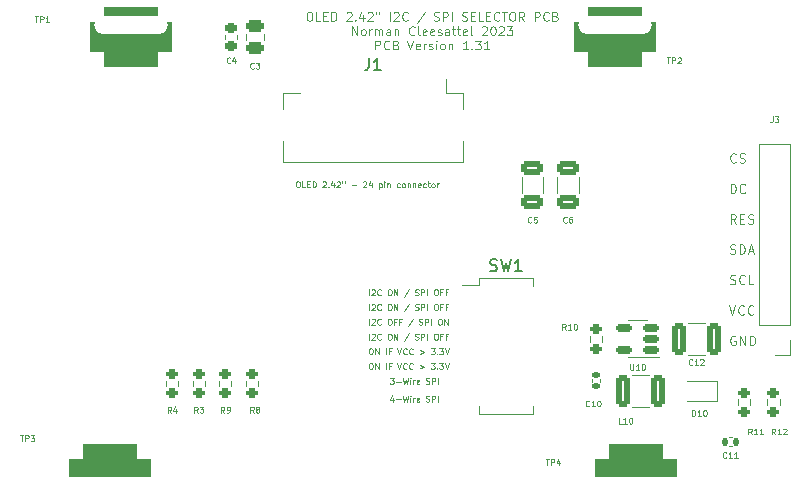
<source format=gbr>
%TF.GenerationSoftware,KiCad,Pcbnew,7.0.7*%
%TF.CreationDate,2023-09-16T22:14:34+02:00*%
%TF.ProjectId,oled242,6f6c6564-3234-4322-9e6b-696361645f70,rev?*%
%TF.SameCoordinates,Original*%
%TF.FileFunction,Legend,Top*%
%TF.FilePolarity,Positive*%
%FSLAX46Y46*%
G04 Gerber Fmt 4.6, Leading zero omitted, Abs format (unit mm)*
G04 Created by KiCad (PCBNEW 7.0.7) date 2023-09-16 22:14:34*
%MOMM*%
%LPD*%
G01*
G04 APERTURE LIST*
G04 Aperture macros list*
%AMRoundRect*
0 Rectangle with rounded corners*
0 $1 Rounding radius*
0 $2 $3 $4 $5 $6 $7 $8 $9 X,Y pos of 4 corners*
0 Add a 4 corners polygon primitive as box body*
4,1,4,$2,$3,$4,$5,$6,$7,$8,$9,$2,$3,0*
0 Add four circle primitives for the rounded corners*
1,1,$1+$1,$2,$3*
1,1,$1+$1,$4,$5*
1,1,$1+$1,$6,$7*
1,1,$1+$1,$8,$9*
0 Add four rect primitives between the rounded corners*
20,1,$1+$1,$2,$3,$4,$5,0*
20,1,$1+$1,$4,$5,$6,$7,0*
20,1,$1+$1,$6,$7,$8,$9,0*
20,1,$1+$1,$8,$9,$2,$3,0*%
G04 Aperture macros list end*
%ADD10C,0.125000*%
%ADD11C,0.150000*%
%ADD12C,0.120000*%
%ADD13RoundRect,0.200000X0.275000X-0.200000X0.275000X0.200000X-0.275000X0.200000X-0.275000X-0.200000X0*%
%ADD14RoundRect,0.140000X-0.170000X0.140000X-0.170000X-0.140000X0.170000X-0.140000X0.170000X0.140000X0*%
%ADD15RoundRect,1.250000X2.250000X1.250000X-2.250000X1.250000X-2.250000X-1.250000X2.250000X-1.250000X0*%
%ADD16O,6.250000X1.500000*%
%ADD17RoundRect,0.250000X-0.650000X0.325000X-0.650000X-0.325000X0.650000X-0.325000X0.650000X0.325000X0*%
%ADD18RoundRect,0.140000X0.140000X0.170000X-0.140000X0.170000X-0.140000X-0.170000X0.140000X-0.170000X0*%
%ADD19RoundRect,0.250000X0.475000X-0.250000X0.475000X0.250000X-0.475000X0.250000X-0.475000X-0.250000X0*%
%ADD20RoundRect,0.225000X0.250000X-0.225000X0.250000X0.225000X-0.250000X0.225000X-0.250000X-0.225000X0*%
%ADD21R,1.700000X1.700000*%
%ADD22O,1.700000X1.700000*%
%ADD23R,1.250000X0.760000*%
%ADD24C,2.100000*%
%ADD25RoundRect,0.200000X-0.275000X0.200000X-0.275000X-0.200000X0.275000X-0.200000X0.275000X0.200000X0*%
%ADD26RoundRect,0.150000X0.512500X0.150000X-0.512500X0.150000X-0.512500X-0.150000X0.512500X-0.150000X0*%
%ADD27RoundRect,1.250000X-2.250000X-1.250000X2.250000X-1.250000X2.250000X1.250000X-2.250000X1.250000X0*%
%ADD28RoundRect,0.250000X-0.325000X-1.100000X0.325000X-1.100000X0.325000X1.100000X-0.325000X1.100000X0*%
%ADD29R,0.600000X0.450000*%
%ADD30R,0.300000X1.300000*%
%ADD31R,1.800000X2.200000*%
G04 APERTURE END LIST*
D10*
X36761906Y-30359809D02*
X36857144Y-30359809D01*
X36857144Y-30359809D02*
X36904763Y-30383619D01*
X36904763Y-30383619D02*
X36952382Y-30431238D01*
X36952382Y-30431238D02*
X36976192Y-30526476D01*
X36976192Y-30526476D02*
X36976192Y-30693142D01*
X36976192Y-30693142D02*
X36952382Y-30788380D01*
X36952382Y-30788380D02*
X36904763Y-30836000D01*
X36904763Y-30836000D02*
X36857144Y-30859809D01*
X36857144Y-30859809D02*
X36761906Y-30859809D01*
X36761906Y-30859809D02*
X36714287Y-30836000D01*
X36714287Y-30836000D02*
X36666668Y-30788380D01*
X36666668Y-30788380D02*
X36642859Y-30693142D01*
X36642859Y-30693142D02*
X36642859Y-30526476D01*
X36642859Y-30526476D02*
X36666668Y-30431238D01*
X36666668Y-30431238D02*
X36714287Y-30383619D01*
X36714287Y-30383619D02*
X36761906Y-30359809D01*
X37190478Y-30859809D02*
X37190478Y-30359809D01*
X37190478Y-30359809D02*
X37476192Y-30859809D01*
X37476192Y-30859809D02*
X37476192Y-30359809D01*
X38095240Y-30859809D02*
X38095240Y-30359809D01*
X38500002Y-30597904D02*
X38333335Y-30597904D01*
X38333335Y-30859809D02*
X38333335Y-30359809D01*
X38333335Y-30359809D02*
X38571430Y-30359809D01*
X39071430Y-30359809D02*
X39238096Y-30859809D01*
X39238096Y-30859809D02*
X39404763Y-30359809D01*
X39857143Y-30812190D02*
X39833334Y-30836000D01*
X39833334Y-30836000D02*
X39761905Y-30859809D01*
X39761905Y-30859809D02*
X39714286Y-30859809D01*
X39714286Y-30859809D02*
X39642858Y-30836000D01*
X39642858Y-30836000D02*
X39595239Y-30788380D01*
X39595239Y-30788380D02*
X39571429Y-30740761D01*
X39571429Y-30740761D02*
X39547620Y-30645523D01*
X39547620Y-30645523D02*
X39547620Y-30574095D01*
X39547620Y-30574095D02*
X39571429Y-30478857D01*
X39571429Y-30478857D02*
X39595239Y-30431238D01*
X39595239Y-30431238D02*
X39642858Y-30383619D01*
X39642858Y-30383619D02*
X39714286Y-30359809D01*
X39714286Y-30359809D02*
X39761905Y-30359809D01*
X39761905Y-30359809D02*
X39833334Y-30383619D01*
X39833334Y-30383619D02*
X39857143Y-30407428D01*
X40357143Y-30812190D02*
X40333334Y-30836000D01*
X40333334Y-30836000D02*
X40261905Y-30859809D01*
X40261905Y-30859809D02*
X40214286Y-30859809D01*
X40214286Y-30859809D02*
X40142858Y-30836000D01*
X40142858Y-30836000D02*
X40095239Y-30788380D01*
X40095239Y-30788380D02*
X40071429Y-30740761D01*
X40071429Y-30740761D02*
X40047620Y-30645523D01*
X40047620Y-30645523D02*
X40047620Y-30574095D01*
X40047620Y-30574095D02*
X40071429Y-30478857D01*
X40071429Y-30478857D02*
X40095239Y-30431238D01*
X40095239Y-30431238D02*
X40142858Y-30383619D01*
X40142858Y-30383619D02*
X40214286Y-30359809D01*
X40214286Y-30359809D02*
X40261905Y-30359809D01*
X40261905Y-30359809D02*
X40333334Y-30383619D01*
X40333334Y-30383619D02*
X40357143Y-30407428D01*
X40952381Y-30526476D02*
X41333334Y-30669333D01*
X41333334Y-30669333D02*
X40952381Y-30812190D01*
X41904762Y-30359809D02*
X42214286Y-30359809D01*
X42214286Y-30359809D02*
X42047619Y-30550285D01*
X42047619Y-30550285D02*
X42119048Y-30550285D01*
X42119048Y-30550285D02*
X42166667Y-30574095D01*
X42166667Y-30574095D02*
X42190476Y-30597904D01*
X42190476Y-30597904D02*
X42214286Y-30645523D01*
X42214286Y-30645523D02*
X42214286Y-30764571D01*
X42214286Y-30764571D02*
X42190476Y-30812190D01*
X42190476Y-30812190D02*
X42166667Y-30836000D01*
X42166667Y-30836000D02*
X42119048Y-30859809D01*
X42119048Y-30859809D02*
X41976191Y-30859809D01*
X41976191Y-30859809D02*
X41928572Y-30836000D01*
X41928572Y-30836000D02*
X41904762Y-30812190D01*
X42428571Y-30812190D02*
X42452381Y-30836000D01*
X42452381Y-30836000D02*
X42428571Y-30859809D01*
X42428571Y-30859809D02*
X42404762Y-30836000D01*
X42404762Y-30836000D02*
X42428571Y-30812190D01*
X42428571Y-30812190D02*
X42428571Y-30859809D01*
X42619047Y-30359809D02*
X42928571Y-30359809D01*
X42928571Y-30359809D02*
X42761904Y-30550285D01*
X42761904Y-30550285D02*
X42833333Y-30550285D01*
X42833333Y-30550285D02*
X42880952Y-30574095D01*
X42880952Y-30574095D02*
X42904761Y-30597904D01*
X42904761Y-30597904D02*
X42928571Y-30645523D01*
X42928571Y-30645523D02*
X42928571Y-30764571D01*
X42928571Y-30764571D02*
X42904761Y-30812190D01*
X42904761Y-30812190D02*
X42880952Y-30836000D01*
X42880952Y-30836000D02*
X42833333Y-30859809D01*
X42833333Y-30859809D02*
X42690476Y-30859809D01*
X42690476Y-30859809D02*
X42642857Y-30836000D01*
X42642857Y-30836000D02*
X42619047Y-30812190D01*
X43071428Y-30359809D02*
X43238094Y-30859809D01*
X43238094Y-30859809D02*
X43404761Y-30359809D01*
X36666667Y-28359809D02*
X36666667Y-27859809D01*
X36880953Y-27907428D02*
X36904762Y-27883619D01*
X36904762Y-27883619D02*
X36952381Y-27859809D01*
X36952381Y-27859809D02*
X37071429Y-27859809D01*
X37071429Y-27859809D02*
X37119048Y-27883619D01*
X37119048Y-27883619D02*
X37142857Y-27907428D01*
X37142857Y-27907428D02*
X37166667Y-27955047D01*
X37166667Y-27955047D02*
X37166667Y-28002666D01*
X37166667Y-28002666D02*
X37142857Y-28074095D01*
X37142857Y-28074095D02*
X36857143Y-28359809D01*
X36857143Y-28359809D02*
X37166667Y-28359809D01*
X37666666Y-28312190D02*
X37642857Y-28336000D01*
X37642857Y-28336000D02*
X37571428Y-28359809D01*
X37571428Y-28359809D02*
X37523809Y-28359809D01*
X37523809Y-28359809D02*
X37452381Y-28336000D01*
X37452381Y-28336000D02*
X37404762Y-28288380D01*
X37404762Y-28288380D02*
X37380952Y-28240761D01*
X37380952Y-28240761D02*
X37357143Y-28145523D01*
X37357143Y-28145523D02*
X37357143Y-28074095D01*
X37357143Y-28074095D02*
X37380952Y-27978857D01*
X37380952Y-27978857D02*
X37404762Y-27931238D01*
X37404762Y-27931238D02*
X37452381Y-27883619D01*
X37452381Y-27883619D02*
X37523809Y-27859809D01*
X37523809Y-27859809D02*
X37571428Y-27859809D01*
X37571428Y-27859809D02*
X37642857Y-27883619D01*
X37642857Y-27883619D02*
X37666666Y-27907428D01*
X38357142Y-27859809D02*
X38452380Y-27859809D01*
X38452380Y-27859809D02*
X38499999Y-27883619D01*
X38499999Y-27883619D02*
X38547618Y-27931238D01*
X38547618Y-27931238D02*
X38571428Y-28026476D01*
X38571428Y-28026476D02*
X38571428Y-28193142D01*
X38571428Y-28193142D02*
X38547618Y-28288380D01*
X38547618Y-28288380D02*
X38499999Y-28336000D01*
X38499999Y-28336000D02*
X38452380Y-28359809D01*
X38452380Y-28359809D02*
X38357142Y-28359809D01*
X38357142Y-28359809D02*
X38309523Y-28336000D01*
X38309523Y-28336000D02*
X38261904Y-28288380D01*
X38261904Y-28288380D02*
X38238095Y-28193142D01*
X38238095Y-28193142D02*
X38238095Y-28026476D01*
X38238095Y-28026476D02*
X38261904Y-27931238D01*
X38261904Y-27931238D02*
X38309523Y-27883619D01*
X38309523Y-27883619D02*
X38357142Y-27859809D01*
X38952381Y-28097904D02*
X38785714Y-28097904D01*
X38785714Y-28359809D02*
X38785714Y-27859809D01*
X38785714Y-27859809D02*
X39023809Y-27859809D01*
X39380952Y-28097904D02*
X39214285Y-28097904D01*
X39214285Y-28359809D02*
X39214285Y-27859809D01*
X39214285Y-27859809D02*
X39452380Y-27859809D01*
X40380951Y-27836000D02*
X39952380Y-28478857D01*
X40904761Y-28336000D02*
X40976189Y-28359809D01*
X40976189Y-28359809D02*
X41095237Y-28359809D01*
X41095237Y-28359809D02*
X41142856Y-28336000D01*
X41142856Y-28336000D02*
X41166665Y-28312190D01*
X41166665Y-28312190D02*
X41190475Y-28264571D01*
X41190475Y-28264571D02*
X41190475Y-28216952D01*
X41190475Y-28216952D02*
X41166665Y-28169333D01*
X41166665Y-28169333D02*
X41142856Y-28145523D01*
X41142856Y-28145523D02*
X41095237Y-28121714D01*
X41095237Y-28121714D02*
X40999999Y-28097904D01*
X40999999Y-28097904D02*
X40952380Y-28074095D01*
X40952380Y-28074095D02*
X40928570Y-28050285D01*
X40928570Y-28050285D02*
X40904761Y-28002666D01*
X40904761Y-28002666D02*
X40904761Y-27955047D01*
X40904761Y-27955047D02*
X40928570Y-27907428D01*
X40928570Y-27907428D02*
X40952380Y-27883619D01*
X40952380Y-27883619D02*
X40999999Y-27859809D01*
X40999999Y-27859809D02*
X41119046Y-27859809D01*
X41119046Y-27859809D02*
X41190475Y-27883619D01*
X41404760Y-28359809D02*
X41404760Y-27859809D01*
X41404760Y-27859809D02*
X41595236Y-27859809D01*
X41595236Y-27859809D02*
X41642855Y-27883619D01*
X41642855Y-27883619D02*
X41666665Y-27907428D01*
X41666665Y-27907428D02*
X41690474Y-27955047D01*
X41690474Y-27955047D02*
X41690474Y-28026476D01*
X41690474Y-28026476D02*
X41666665Y-28074095D01*
X41666665Y-28074095D02*
X41642855Y-28097904D01*
X41642855Y-28097904D02*
X41595236Y-28121714D01*
X41595236Y-28121714D02*
X41404760Y-28121714D01*
X41904760Y-28359809D02*
X41904760Y-27859809D01*
X42619045Y-27859809D02*
X42714283Y-27859809D01*
X42714283Y-27859809D02*
X42761902Y-27883619D01*
X42761902Y-27883619D02*
X42809521Y-27931238D01*
X42809521Y-27931238D02*
X42833331Y-28026476D01*
X42833331Y-28026476D02*
X42833331Y-28193142D01*
X42833331Y-28193142D02*
X42809521Y-28288380D01*
X42809521Y-28288380D02*
X42761902Y-28336000D01*
X42761902Y-28336000D02*
X42714283Y-28359809D01*
X42714283Y-28359809D02*
X42619045Y-28359809D01*
X42619045Y-28359809D02*
X42571426Y-28336000D01*
X42571426Y-28336000D02*
X42523807Y-28288380D01*
X42523807Y-28288380D02*
X42499998Y-28193142D01*
X42499998Y-28193142D02*
X42499998Y-28026476D01*
X42499998Y-28026476D02*
X42523807Y-27931238D01*
X42523807Y-27931238D02*
X42571426Y-27883619D01*
X42571426Y-27883619D02*
X42619045Y-27859809D01*
X43047617Y-28359809D02*
X43047617Y-27859809D01*
X43047617Y-27859809D02*
X43333331Y-28359809D01*
X43333331Y-28359809D02*
X43333331Y-27859809D01*
X38452381Y-32859809D02*
X38761905Y-32859809D01*
X38761905Y-32859809D02*
X38595238Y-33050285D01*
X38595238Y-33050285D02*
X38666667Y-33050285D01*
X38666667Y-33050285D02*
X38714286Y-33074095D01*
X38714286Y-33074095D02*
X38738095Y-33097904D01*
X38738095Y-33097904D02*
X38761905Y-33145523D01*
X38761905Y-33145523D02*
X38761905Y-33264571D01*
X38761905Y-33264571D02*
X38738095Y-33312190D01*
X38738095Y-33312190D02*
X38714286Y-33336000D01*
X38714286Y-33336000D02*
X38666667Y-33359809D01*
X38666667Y-33359809D02*
X38523810Y-33359809D01*
X38523810Y-33359809D02*
X38476191Y-33336000D01*
X38476191Y-33336000D02*
X38452381Y-33312190D01*
X38976190Y-33169333D02*
X39357143Y-33169333D01*
X39547619Y-32859809D02*
X39666667Y-33359809D01*
X39666667Y-33359809D02*
X39761905Y-33002666D01*
X39761905Y-33002666D02*
X39857143Y-33359809D01*
X39857143Y-33359809D02*
X39976191Y-32859809D01*
X40166667Y-33359809D02*
X40166667Y-33026476D01*
X40166667Y-32859809D02*
X40142858Y-32883619D01*
X40142858Y-32883619D02*
X40166667Y-32907428D01*
X40166667Y-32907428D02*
X40190477Y-32883619D01*
X40190477Y-32883619D02*
X40166667Y-32859809D01*
X40166667Y-32859809D02*
X40166667Y-32907428D01*
X40404762Y-33359809D02*
X40404762Y-33026476D01*
X40404762Y-33121714D02*
X40428572Y-33074095D01*
X40428572Y-33074095D02*
X40452381Y-33050285D01*
X40452381Y-33050285D02*
X40500000Y-33026476D01*
X40500000Y-33026476D02*
X40547619Y-33026476D01*
X40904762Y-33336000D02*
X40857143Y-33359809D01*
X40857143Y-33359809D02*
X40761905Y-33359809D01*
X40761905Y-33359809D02*
X40714286Y-33336000D01*
X40714286Y-33336000D02*
X40690477Y-33288380D01*
X40690477Y-33288380D02*
X40690477Y-33097904D01*
X40690477Y-33097904D02*
X40714286Y-33050285D01*
X40714286Y-33050285D02*
X40761905Y-33026476D01*
X40761905Y-33026476D02*
X40857143Y-33026476D01*
X40857143Y-33026476D02*
X40904762Y-33050285D01*
X40904762Y-33050285D02*
X40928572Y-33097904D01*
X40928572Y-33097904D02*
X40928572Y-33145523D01*
X40928572Y-33145523D02*
X40690477Y-33193142D01*
X41500000Y-33336000D02*
X41571428Y-33359809D01*
X41571428Y-33359809D02*
X41690476Y-33359809D01*
X41690476Y-33359809D02*
X41738095Y-33336000D01*
X41738095Y-33336000D02*
X41761904Y-33312190D01*
X41761904Y-33312190D02*
X41785714Y-33264571D01*
X41785714Y-33264571D02*
X41785714Y-33216952D01*
X41785714Y-33216952D02*
X41761904Y-33169333D01*
X41761904Y-33169333D02*
X41738095Y-33145523D01*
X41738095Y-33145523D02*
X41690476Y-33121714D01*
X41690476Y-33121714D02*
X41595238Y-33097904D01*
X41595238Y-33097904D02*
X41547619Y-33074095D01*
X41547619Y-33074095D02*
X41523809Y-33050285D01*
X41523809Y-33050285D02*
X41500000Y-33002666D01*
X41500000Y-33002666D02*
X41500000Y-32955047D01*
X41500000Y-32955047D02*
X41523809Y-32907428D01*
X41523809Y-32907428D02*
X41547619Y-32883619D01*
X41547619Y-32883619D02*
X41595238Y-32859809D01*
X41595238Y-32859809D02*
X41714285Y-32859809D01*
X41714285Y-32859809D02*
X41785714Y-32883619D01*
X41999999Y-33359809D02*
X41999999Y-32859809D01*
X41999999Y-32859809D02*
X42190475Y-32859809D01*
X42190475Y-32859809D02*
X42238094Y-32883619D01*
X42238094Y-32883619D02*
X42261904Y-32907428D01*
X42261904Y-32907428D02*
X42285713Y-32955047D01*
X42285713Y-32955047D02*
X42285713Y-33026476D01*
X42285713Y-33026476D02*
X42261904Y-33074095D01*
X42261904Y-33074095D02*
X42238094Y-33097904D01*
X42238094Y-33097904D02*
X42190475Y-33121714D01*
X42190475Y-33121714D02*
X41999999Y-33121714D01*
X42499999Y-33359809D02*
X42499999Y-32859809D01*
X67729855Y-14559404D02*
X67691759Y-14597500D01*
X67691759Y-14597500D02*
X67577474Y-14635595D01*
X67577474Y-14635595D02*
X67501283Y-14635595D01*
X67501283Y-14635595D02*
X67386997Y-14597500D01*
X67386997Y-14597500D02*
X67310807Y-14521309D01*
X67310807Y-14521309D02*
X67272712Y-14445119D01*
X67272712Y-14445119D02*
X67234616Y-14292738D01*
X67234616Y-14292738D02*
X67234616Y-14178452D01*
X67234616Y-14178452D02*
X67272712Y-14026071D01*
X67272712Y-14026071D02*
X67310807Y-13949880D01*
X67310807Y-13949880D02*
X67386997Y-13873690D01*
X67386997Y-13873690D02*
X67501283Y-13835595D01*
X67501283Y-13835595D02*
X67577474Y-13835595D01*
X67577474Y-13835595D02*
X67691759Y-13873690D01*
X67691759Y-13873690D02*
X67729855Y-13911785D01*
X68034616Y-14597500D02*
X68148902Y-14635595D01*
X68148902Y-14635595D02*
X68339378Y-14635595D01*
X68339378Y-14635595D02*
X68415569Y-14597500D01*
X68415569Y-14597500D02*
X68453664Y-14559404D01*
X68453664Y-14559404D02*
X68491759Y-14483214D01*
X68491759Y-14483214D02*
X68491759Y-14407023D01*
X68491759Y-14407023D02*
X68453664Y-14330833D01*
X68453664Y-14330833D02*
X68415569Y-14292738D01*
X68415569Y-14292738D02*
X68339378Y-14254642D01*
X68339378Y-14254642D02*
X68186997Y-14216547D01*
X68186997Y-14216547D02*
X68110807Y-14178452D01*
X68110807Y-14178452D02*
X68072712Y-14140357D01*
X68072712Y-14140357D02*
X68034616Y-14064166D01*
X68034616Y-14064166D02*
X68034616Y-13987976D01*
X68034616Y-13987976D02*
X68072712Y-13911785D01*
X68072712Y-13911785D02*
X68110807Y-13873690D01*
X68110807Y-13873690D02*
X68186997Y-13835595D01*
X68186997Y-13835595D02*
X68377474Y-13835595D01*
X68377474Y-13835595D02*
X68491759Y-13873690D01*
X67272712Y-17211595D02*
X67272712Y-16411595D01*
X67272712Y-16411595D02*
X67463188Y-16411595D01*
X67463188Y-16411595D02*
X67577474Y-16449690D01*
X67577474Y-16449690D02*
X67653664Y-16525880D01*
X67653664Y-16525880D02*
X67691759Y-16602071D01*
X67691759Y-16602071D02*
X67729855Y-16754452D01*
X67729855Y-16754452D02*
X67729855Y-16868738D01*
X67729855Y-16868738D02*
X67691759Y-17021119D01*
X67691759Y-17021119D02*
X67653664Y-17097309D01*
X67653664Y-17097309D02*
X67577474Y-17173500D01*
X67577474Y-17173500D02*
X67463188Y-17211595D01*
X67463188Y-17211595D02*
X67272712Y-17211595D01*
X68529855Y-17135404D02*
X68491759Y-17173500D01*
X68491759Y-17173500D02*
X68377474Y-17211595D01*
X68377474Y-17211595D02*
X68301283Y-17211595D01*
X68301283Y-17211595D02*
X68186997Y-17173500D01*
X68186997Y-17173500D02*
X68110807Y-17097309D01*
X68110807Y-17097309D02*
X68072712Y-17021119D01*
X68072712Y-17021119D02*
X68034616Y-16868738D01*
X68034616Y-16868738D02*
X68034616Y-16754452D01*
X68034616Y-16754452D02*
X68072712Y-16602071D01*
X68072712Y-16602071D02*
X68110807Y-16525880D01*
X68110807Y-16525880D02*
X68186997Y-16449690D01*
X68186997Y-16449690D02*
X68301283Y-16411595D01*
X68301283Y-16411595D02*
X68377474Y-16411595D01*
X68377474Y-16411595D02*
X68491759Y-16449690D01*
X68491759Y-16449690D02*
X68529855Y-16487785D01*
X67729855Y-19787595D02*
X67463188Y-19406642D01*
X67272712Y-19787595D02*
X67272712Y-18987595D01*
X67272712Y-18987595D02*
X67577474Y-18987595D01*
X67577474Y-18987595D02*
X67653664Y-19025690D01*
X67653664Y-19025690D02*
X67691759Y-19063785D01*
X67691759Y-19063785D02*
X67729855Y-19139976D01*
X67729855Y-19139976D02*
X67729855Y-19254261D01*
X67729855Y-19254261D02*
X67691759Y-19330452D01*
X67691759Y-19330452D02*
X67653664Y-19368547D01*
X67653664Y-19368547D02*
X67577474Y-19406642D01*
X67577474Y-19406642D02*
X67272712Y-19406642D01*
X68072712Y-19368547D02*
X68339378Y-19368547D01*
X68453664Y-19787595D02*
X68072712Y-19787595D01*
X68072712Y-19787595D02*
X68072712Y-18987595D01*
X68072712Y-18987595D02*
X68453664Y-18987595D01*
X68758426Y-19749500D02*
X68872712Y-19787595D01*
X68872712Y-19787595D02*
X69063188Y-19787595D01*
X69063188Y-19787595D02*
X69139379Y-19749500D01*
X69139379Y-19749500D02*
X69177474Y-19711404D01*
X69177474Y-19711404D02*
X69215569Y-19635214D01*
X69215569Y-19635214D02*
X69215569Y-19559023D01*
X69215569Y-19559023D02*
X69177474Y-19482833D01*
X69177474Y-19482833D02*
X69139379Y-19444738D01*
X69139379Y-19444738D02*
X69063188Y-19406642D01*
X69063188Y-19406642D02*
X68910807Y-19368547D01*
X68910807Y-19368547D02*
X68834617Y-19330452D01*
X68834617Y-19330452D02*
X68796522Y-19292357D01*
X68796522Y-19292357D02*
X68758426Y-19216166D01*
X68758426Y-19216166D02*
X68758426Y-19139976D01*
X68758426Y-19139976D02*
X68796522Y-19063785D01*
X68796522Y-19063785D02*
X68834617Y-19025690D01*
X68834617Y-19025690D02*
X68910807Y-18987595D01*
X68910807Y-18987595D02*
X69101284Y-18987595D01*
X69101284Y-18987595D02*
X69215569Y-19025690D01*
X67234616Y-22325500D02*
X67348902Y-22363595D01*
X67348902Y-22363595D02*
X67539378Y-22363595D01*
X67539378Y-22363595D02*
X67615569Y-22325500D01*
X67615569Y-22325500D02*
X67653664Y-22287404D01*
X67653664Y-22287404D02*
X67691759Y-22211214D01*
X67691759Y-22211214D02*
X67691759Y-22135023D01*
X67691759Y-22135023D02*
X67653664Y-22058833D01*
X67653664Y-22058833D02*
X67615569Y-22020738D01*
X67615569Y-22020738D02*
X67539378Y-21982642D01*
X67539378Y-21982642D02*
X67386997Y-21944547D01*
X67386997Y-21944547D02*
X67310807Y-21906452D01*
X67310807Y-21906452D02*
X67272712Y-21868357D01*
X67272712Y-21868357D02*
X67234616Y-21792166D01*
X67234616Y-21792166D02*
X67234616Y-21715976D01*
X67234616Y-21715976D02*
X67272712Y-21639785D01*
X67272712Y-21639785D02*
X67310807Y-21601690D01*
X67310807Y-21601690D02*
X67386997Y-21563595D01*
X67386997Y-21563595D02*
X67577474Y-21563595D01*
X67577474Y-21563595D02*
X67691759Y-21601690D01*
X68034617Y-22363595D02*
X68034617Y-21563595D01*
X68034617Y-21563595D02*
X68225093Y-21563595D01*
X68225093Y-21563595D02*
X68339379Y-21601690D01*
X68339379Y-21601690D02*
X68415569Y-21677880D01*
X68415569Y-21677880D02*
X68453664Y-21754071D01*
X68453664Y-21754071D02*
X68491760Y-21906452D01*
X68491760Y-21906452D02*
X68491760Y-22020738D01*
X68491760Y-22020738D02*
X68453664Y-22173119D01*
X68453664Y-22173119D02*
X68415569Y-22249309D01*
X68415569Y-22249309D02*
X68339379Y-22325500D01*
X68339379Y-22325500D02*
X68225093Y-22363595D01*
X68225093Y-22363595D02*
X68034617Y-22363595D01*
X68796521Y-22135023D02*
X69177474Y-22135023D01*
X68720331Y-22363595D02*
X68986998Y-21563595D01*
X68986998Y-21563595D02*
X69253664Y-22363595D01*
X67234616Y-24901500D02*
X67348902Y-24939595D01*
X67348902Y-24939595D02*
X67539378Y-24939595D01*
X67539378Y-24939595D02*
X67615569Y-24901500D01*
X67615569Y-24901500D02*
X67653664Y-24863404D01*
X67653664Y-24863404D02*
X67691759Y-24787214D01*
X67691759Y-24787214D02*
X67691759Y-24711023D01*
X67691759Y-24711023D02*
X67653664Y-24634833D01*
X67653664Y-24634833D02*
X67615569Y-24596738D01*
X67615569Y-24596738D02*
X67539378Y-24558642D01*
X67539378Y-24558642D02*
X67386997Y-24520547D01*
X67386997Y-24520547D02*
X67310807Y-24482452D01*
X67310807Y-24482452D02*
X67272712Y-24444357D01*
X67272712Y-24444357D02*
X67234616Y-24368166D01*
X67234616Y-24368166D02*
X67234616Y-24291976D01*
X67234616Y-24291976D02*
X67272712Y-24215785D01*
X67272712Y-24215785D02*
X67310807Y-24177690D01*
X67310807Y-24177690D02*
X67386997Y-24139595D01*
X67386997Y-24139595D02*
X67577474Y-24139595D01*
X67577474Y-24139595D02*
X67691759Y-24177690D01*
X68491760Y-24863404D02*
X68453664Y-24901500D01*
X68453664Y-24901500D02*
X68339379Y-24939595D01*
X68339379Y-24939595D02*
X68263188Y-24939595D01*
X68263188Y-24939595D02*
X68148902Y-24901500D01*
X68148902Y-24901500D02*
X68072712Y-24825309D01*
X68072712Y-24825309D02*
X68034617Y-24749119D01*
X68034617Y-24749119D02*
X67996521Y-24596738D01*
X67996521Y-24596738D02*
X67996521Y-24482452D01*
X67996521Y-24482452D02*
X68034617Y-24330071D01*
X68034617Y-24330071D02*
X68072712Y-24253880D01*
X68072712Y-24253880D02*
X68148902Y-24177690D01*
X68148902Y-24177690D02*
X68263188Y-24139595D01*
X68263188Y-24139595D02*
X68339379Y-24139595D01*
X68339379Y-24139595D02*
X68453664Y-24177690D01*
X68453664Y-24177690D02*
X68491760Y-24215785D01*
X69215569Y-24939595D02*
X68834617Y-24939595D01*
X68834617Y-24939595D02*
X68834617Y-24139595D01*
X67158426Y-26715595D02*
X67425093Y-27515595D01*
X67425093Y-27515595D02*
X67691759Y-26715595D01*
X68415569Y-27439404D02*
X68377473Y-27477500D01*
X68377473Y-27477500D02*
X68263188Y-27515595D01*
X68263188Y-27515595D02*
X68186997Y-27515595D01*
X68186997Y-27515595D02*
X68072711Y-27477500D01*
X68072711Y-27477500D02*
X67996521Y-27401309D01*
X67996521Y-27401309D02*
X67958426Y-27325119D01*
X67958426Y-27325119D02*
X67920330Y-27172738D01*
X67920330Y-27172738D02*
X67920330Y-27058452D01*
X67920330Y-27058452D02*
X67958426Y-26906071D01*
X67958426Y-26906071D02*
X67996521Y-26829880D01*
X67996521Y-26829880D02*
X68072711Y-26753690D01*
X68072711Y-26753690D02*
X68186997Y-26715595D01*
X68186997Y-26715595D02*
X68263188Y-26715595D01*
X68263188Y-26715595D02*
X68377473Y-26753690D01*
X68377473Y-26753690D02*
X68415569Y-26791785D01*
X69215569Y-27439404D02*
X69177473Y-27477500D01*
X69177473Y-27477500D02*
X69063188Y-27515595D01*
X69063188Y-27515595D02*
X68986997Y-27515595D01*
X68986997Y-27515595D02*
X68872711Y-27477500D01*
X68872711Y-27477500D02*
X68796521Y-27401309D01*
X68796521Y-27401309D02*
X68758426Y-27325119D01*
X68758426Y-27325119D02*
X68720330Y-27172738D01*
X68720330Y-27172738D02*
X68720330Y-27058452D01*
X68720330Y-27058452D02*
X68758426Y-26906071D01*
X68758426Y-26906071D02*
X68796521Y-26829880D01*
X68796521Y-26829880D02*
X68872711Y-26753690D01*
X68872711Y-26753690D02*
X68986997Y-26715595D01*
X68986997Y-26715595D02*
X69063188Y-26715595D01*
X69063188Y-26715595D02*
X69177473Y-26753690D01*
X69177473Y-26753690D02*
X69215569Y-26791785D01*
X67691759Y-29329690D02*
X67615569Y-29291595D01*
X67615569Y-29291595D02*
X67501283Y-29291595D01*
X67501283Y-29291595D02*
X67386997Y-29329690D01*
X67386997Y-29329690D02*
X67310807Y-29405880D01*
X67310807Y-29405880D02*
X67272712Y-29482071D01*
X67272712Y-29482071D02*
X67234616Y-29634452D01*
X67234616Y-29634452D02*
X67234616Y-29748738D01*
X67234616Y-29748738D02*
X67272712Y-29901119D01*
X67272712Y-29901119D02*
X67310807Y-29977309D01*
X67310807Y-29977309D02*
X67386997Y-30053500D01*
X67386997Y-30053500D02*
X67501283Y-30091595D01*
X67501283Y-30091595D02*
X67577474Y-30091595D01*
X67577474Y-30091595D02*
X67691759Y-30053500D01*
X67691759Y-30053500D02*
X67729855Y-30015404D01*
X67729855Y-30015404D02*
X67729855Y-29748738D01*
X67729855Y-29748738D02*
X67577474Y-29748738D01*
X68072712Y-30091595D02*
X68072712Y-29291595D01*
X68072712Y-29291595D02*
X68529855Y-30091595D01*
X68529855Y-30091595D02*
X68529855Y-29291595D01*
X68910807Y-30091595D02*
X68910807Y-29291595D01*
X68910807Y-29291595D02*
X69101283Y-29291595D01*
X69101283Y-29291595D02*
X69215569Y-29329690D01*
X69215569Y-29329690D02*
X69291759Y-29405880D01*
X69291759Y-29405880D02*
X69329854Y-29482071D01*
X69329854Y-29482071D02*
X69367950Y-29634452D01*
X69367950Y-29634452D02*
X69367950Y-29748738D01*
X69367950Y-29748738D02*
X69329854Y-29901119D01*
X69329854Y-29901119D02*
X69291759Y-29977309D01*
X69291759Y-29977309D02*
X69215569Y-30053500D01*
X69215569Y-30053500D02*
X69101283Y-30091595D01*
X69101283Y-30091595D02*
X68910807Y-30091595D01*
X36666667Y-25859809D02*
X36666667Y-25359809D01*
X36880953Y-25407428D02*
X36904762Y-25383619D01*
X36904762Y-25383619D02*
X36952381Y-25359809D01*
X36952381Y-25359809D02*
X37071429Y-25359809D01*
X37071429Y-25359809D02*
X37119048Y-25383619D01*
X37119048Y-25383619D02*
X37142857Y-25407428D01*
X37142857Y-25407428D02*
X37166667Y-25455047D01*
X37166667Y-25455047D02*
X37166667Y-25502666D01*
X37166667Y-25502666D02*
X37142857Y-25574095D01*
X37142857Y-25574095D02*
X36857143Y-25859809D01*
X36857143Y-25859809D02*
X37166667Y-25859809D01*
X37666666Y-25812190D02*
X37642857Y-25836000D01*
X37642857Y-25836000D02*
X37571428Y-25859809D01*
X37571428Y-25859809D02*
X37523809Y-25859809D01*
X37523809Y-25859809D02*
X37452381Y-25836000D01*
X37452381Y-25836000D02*
X37404762Y-25788380D01*
X37404762Y-25788380D02*
X37380952Y-25740761D01*
X37380952Y-25740761D02*
X37357143Y-25645523D01*
X37357143Y-25645523D02*
X37357143Y-25574095D01*
X37357143Y-25574095D02*
X37380952Y-25478857D01*
X37380952Y-25478857D02*
X37404762Y-25431238D01*
X37404762Y-25431238D02*
X37452381Y-25383619D01*
X37452381Y-25383619D02*
X37523809Y-25359809D01*
X37523809Y-25359809D02*
X37571428Y-25359809D01*
X37571428Y-25359809D02*
X37642857Y-25383619D01*
X37642857Y-25383619D02*
X37666666Y-25407428D01*
X38357142Y-25359809D02*
X38452380Y-25359809D01*
X38452380Y-25359809D02*
X38499999Y-25383619D01*
X38499999Y-25383619D02*
X38547618Y-25431238D01*
X38547618Y-25431238D02*
X38571428Y-25526476D01*
X38571428Y-25526476D02*
X38571428Y-25693142D01*
X38571428Y-25693142D02*
X38547618Y-25788380D01*
X38547618Y-25788380D02*
X38499999Y-25836000D01*
X38499999Y-25836000D02*
X38452380Y-25859809D01*
X38452380Y-25859809D02*
X38357142Y-25859809D01*
X38357142Y-25859809D02*
X38309523Y-25836000D01*
X38309523Y-25836000D02*
X38261904Y-25788380D01*
X38261904Y-25788380D02*
X38238095Y-25693142D01*
X38238095Y-25693142D02*
X38238095Y-25526476D01*
X38238095Y-25526476D02*
X38261904Y-25431238D01*
X38261904Y-25431238D02*
X38309523Y-25383619D01*
X38309523Y-25383619D02*
X38357142Y-25359809D01*
X38785714Y-25859809D02*
X38785714Y-25359809D01*
X38785714Y-25359809D02*
X39071428Y-25859809D01*
X39071428Y-25859809D02*
X39071428Y-25359809D01*
X40047619Y-25336000D02*
X39619048Y-25978857D01*
X40571429Y-25836000D02*
X40642857Y-25859809D01*
X40642857Y-25859809D02*
X40761905Y-25859809D01*
X40761905Y-25859809D02*
X40809524Y-25836000D01*
X40809524Y-25836000D02*
X40833333Y-25812190D01*
X40833333Y-25812190D02*
X40857143Y-25764571D01*
X40857143Y-25764571D02*
X40857143Y-25716952D01*
X40857143Y-25716952D02*
X40833333Y-25669333D01*
X40833333Y-25669333D02*
X40809524Y-25645523D01*
X40809524Y-25645523D02*
X40761905Y-25621714D01*
X40761905Y-25621714D02*
X40666667Y-25597904D01*
X40666667Y-25597904D02*
X40619048Y-25574095D01*
X40619048Y-25574095D02*
X40595238Y-25550285D01*
X40595238Y-25550285D02*
X40571429Y-25502666D01*
X40571429Y-25502666D02*
X40571429Y-25455047D01*
X40571429Y-25455047D02*
X40595238Y-25407428D01*
X40595238Y-25407428D02*
X40619048Y-25383619D01*
X40619048Y-25383619D02*
X40666667Y-25359809D01*
X40666667Y-25359809D02*
X40785714Y-25359809D01*
X40785714Y-25359809D02*
X40857143Y-25383619D01*
X41071428Y-25859809D02*
X41071428Y-25359809D01*
X41071428Y-25359809D02*
X41261904Y-25359809D01*
X41261904Y-25359809D02*
X41309523Y-25383619D01*
X41309523Y-25383619D02*
X41333333Y-25407428D01*
X41333333Y-25407428D02*
X41357142Y-25455047D01*
X41357142Y-25455047D02*
X41357142Y-25526476D01*
X41357142Y-25526476D02*
X41333333Y-25574095D01*
X41333333Y-25574095D02*
X41309523Y-25597904D01*
X41309523Y-25597904D02*
X41261904Y-25621714D01*
X41261904Y-25621714D02*
X41071428Y-25621714D01*
X41571428Y-25859809D02*
X41571428Y-25359809D01*
X42285713Y-25359809D02*
X42380951Y-25359809D01*
X42380951Y-25359809D02*
X42428570Y-25383619D01*
X42428570Y-25383619D02*
X42476189Y-25431238D01*
X42476189Y-25431238D02*
X42499999Y-25526476D01*
X42499999Y-25526476D02*
X42499999Y-25693142D01*
X42499999Y-25693142D02*
X42476189Y-25788380D01*
X42476189Y-25788380D02*
X42428570Y-25836000D01*
X42428570Y-25836000D02*
X42380951Y-25859809D01*
X42380951Y-25859809D02*
X42285713Y-25859809D01*
X42285713Y-25859809D02*
X42238094Y-25836000D01*
X42238094Y-25836000D02*
X42190475Y-25788380D01*
X42190475Y-25788380D02*
X42166666Y-25693142D01*
X42166666Y-25693142D02*
X42166666Y-25526476D01*
X42166666Y-25526476D02*
X42190475Y-25431238D01*
X42190475Y-25431238D02*
X42238094Y-25383619D01*
X42238094Y-25383619D02*
X42285713Y-25359809D01*
X42880952Y-25597904D02*
X42714285Y-25597904D01*
X42714285Y-25859809D02*
X42714285Y-25359809D01*
X42714285Y-25359809D02*
X42952380Y-25359809D01*
X43309523Y-25597904D02*
X43142856Y-25597904D01*
X43142856Y-25859809D02*
X43142856Y-25359809D01*
X43142856Y-25359809D02*
X43380951Y-25359809D01*
X36666667Y-27109809D02*
X36666667Y-26609809D01*
X36880953Y-26657428D02*
X36904762Y-26633619D01*
X36904762Y-26633619D02*
X36952381Y-26609809D01*
X36952381Y-26609809D02*
X37071429Y-26609809D01*
X37071429Y-26609809D02*
X37119048Y-26633619D01*
X37119048Y-26633619D02*
X37142857Y-26657428D01*
X37142857Y-26657428D02*
X37166667Y-26705047D01*
X37166667Y-26705047D02*
X37166667Y-26752666D01*
X37166667Y-26752666D02*
X37142857Y-26824095D01*
X37142857Y-26824095D02*
X36857143Y-27109809D01*
X36857143Y-27109809D02*
X37166667Y-27109809D01*
X37666666Y-27062190D02*
X37642857Y-27086000D01*
X37642857Y-27086000D02*
X37571428Y-27109809D01*
X37571428Y-27109809D02*
X37523809Y-27109809D01*
X37523809Y-27109809D02*
X37452381Y-27086000D01*
X37452381Y-27086000D02*
X37404762Y-27038380D01*
X37404762Y-27038380D02*
X37380952Y-26990761D01*
X37380952Y-26990761D02*
X37357143Y-26895523D01*
X37357143Y-26895523D02*
X37357143Y-26824095D01*
X37357143Y-26824095D02*
X37380952Y-26728857D01*
X37380952Y-26728857D02*
X37404762Y-26681238D01*
X37404762Y-26681238D02*
X37452381Y-26633619D01*
X37452381Y-26633619D02*
X37523809Y-26609809D01*
X37523809Y-26609809D02*
X37571428Y-26609809D01*
X37571428Y-26609809D02*
X37642857Y-26633619D01*
X37642857Y-26633619D02*
X37666666Y-26657428D01*
X38357142Y-26609809D02*
X38452380Y-26609809D01*
X38452380Y-26609809D02*
X38499999Y-26633619D01*
X38499999Y-26633619D02*
X38547618Y-26681238D01*
X38547618Y-26681238D02*
X38571428Y-26776476D01*
X38571428Y-26776476D02*
X38571428Y-26943142D01*
X38571428Y-26943142D02*
X38547618Y-27038380D01*
X38547618Y-27038380D02*
X38499999Y-27086000D01*
X38499999Y-27086000D02*
X38452380Y-27109809D01*
X38452380Y-27109809D02*
X38357142Y-27109809D01*
X38357142Y-27109809D02*
X38309523Y-27086000D01*
X38309523Y-27086000D02*
X38261904Y-27038380D01*
X38261904Y-27038380D02*
X38238095Y-26943142D01*
X38238095Y-26943142D02*
X38238095Y-26776476D01*
X38238095Y-26776476D02*
X38261904Y-26681238D01*
X38261904Y-26681238D02*
X38309523Y-26633619D01*
X38309523Y-26633619D02*
X38357142Y-26609809D01*
X38785714Y-27109809D02*
X38785714Y-26609809D01*
X38785714Y-26609809D02*
X39071428Y-27109809D01*
X39071428Y-27109809D02*
X39071428Y-26609809D01*
X40047619Y-26586000D02*
X39619048Y-27228857D01*
X40571429Y-27086000D02*
X40642857Y-27109809D01*
X40642857Y-27109809D02*
X40761905Y-27109809D01*
X40761905Y-27109809D02*
X40809524Y-27086000D01*
X40809524Y-27086000D02*
X40833333Y-27062190D01*
X40833333Y-27062190D02*
X40857143Y-27014571D01*
X40857143Y-27014571D02*
X40857143Y-26966952D01*
X40857143Y-26966952D02*
X40833333Y-26919333D01*
X40833333Y-26919333D02*
X40809524Y-26895523D01*
X40809524Y-26895523D02*
X40761905Y-26871714D01*
X40761905Y-26871714D02*
X40666667Y-26847904D01*
X40666667Y-26847904D02*
X40619048Y-26824095D01*
X40619048Y-26824095D02*
X40595238Y-26800285D01*
X40595238Y-26800285D02*
X40571429Y-26752666D01*
X40571429Y-26752666D02*
X40571429Y-26705047D01*
X40571429Y-26705047D02*
X40595238Y-26657428D01*
X40595238Y-26657428D02*
X40619048Y-26633619D01*
X40619048Y-26633619D02*
X40666667Y-26609809D01*
X40666667Y-26609809D02*
X40785714Y-26609809D01*
X40785714Y-26609809D02*
X40857143Y-26633619D01*
X41071428Y-27109809D02*
X41071428Y-26609809D01*
X41071428Y-26609809D02*
X41261904Y-26609809D01*
X41261904Y-26609809D02*
X41309523Y-26633619D01*
X41309523Y-26633619D02*
X41333333Y-26657428D01*
X41333333Y-26657428D02*
X41357142Y-26705047D01*
X41357142Y-26705047D02*
X41357142Y-26776476D01*
X41357142Y-26776476D02*
X41333333Y-26824095D01*
X41333333Y-26824095D02*
X41309523Y-26847904D01*
X41309523Y-26847904D02*
X41261904Y-26871714D01*
X41261904Y-26871714D02*
X41071428Y-26871714D01*
X41571428Y-27109809D02*
X41571428Y-26609809D01*
X42285713Y-26609809D02*
X42380951Y-26609809D01*
X42380951Y-26609809D02*
X42428570Y-26633619D01*
X42428570Y-26633619D02*
X42476189Y-26681238D01*
X42476189Y-26681238D02*
X42499999Y-26776476D01*
X42499999Y-26776476D02*
X42499999Y-26943142D01*
X42499999Y-26943142D02*
X42476189Y-27038380D01*
X42476189Y-27038380D02*
X42428570Y-27086000D01*
X42428570Y-27086000D02*
X42380951Y-27109809D01*
X42380951Y-27109809D02*
X42285713Y-27109809D01*
X42285713Y-27109809D02*
X42238094Y-27086000D01*
X42238094Y-27086000D02*
X42190475Y-27038380D01*
X42190475Y-27038380D02*
X42166666Y-26943142D01*
X42166666Y-26943142D02*
X42166666Y-26776476D01*
X42166666Y-26776476D02*
X42190475Y-26681238D01*
X42190475Y-26681238D02*
X42238094Y-26633619D01*
X42238094Y-26633619D02*
X42285713Y-26609809D01*
X42880952Y-26847904D02*
X42714285Y-26847904D01*
X42714285Y-27109809D02*
X42714285Y-26609809D01*
X42714285Y-26609809D02*
X42952380Y-26609809D01*
X43309523Y-26847904D02*
X43142856Y-26847904D01*
X43142856Y-27109809D02*
X43142856Y-26609809D01*
X43142856Y-26609809D02*
X43380951Y-26609809D01*
X36666667Y-29609809D02*
X36666667Y-29109809D01*
X36880953Y-29157428D02*
X36904762Y-29133619D01*
X36904762Y-29133619D02*
X36952381Y-29109809D01*
X36952381Y-29109809D02*
X37071429Y-29109809D01*
X37071429Y-29109809D02*
X37119048Y-29133619D01*
X37119048Y-29133619D02*
X37142857Y-29157428D01*
X37142857Y-29157428D02*
X37166667Y-29205047D01*
X37166667Y-29205047D02*
X37166667Y-29252666D01*
X37166667Y-29252666D02*
X37142857Y-29324095D01*
X37142857Y-29324095D02*
X36857143Y-29609809D01*
X36857143Y-29609809D02*
X37166667Y-29609809D01*
X37666666Y-29562190D02*
X37642857Y-29586000D01*
X37642857Y-29586000D02*
X37571428Y-29609809D01*
X37571428Y-29609809D02*
X37523809Y-29609809D01*
X37523809Y-29609809D02*
X37452381Y-29586000D01*
X37452381Y-29586000D02*
X37404762Y-29538380D01*
X37404762Y-29538380D02*
X37380952Y-29490761D01*
X37380952Y-29490761D02*
X37357143Y-29395523D01*
X37357143Y-29395523D02*
X37357143Y-29324095D01*
X37357143Y-29324095D02*
X37380952Y-29228857D01*
X37380952Y-29228857D02*
X37404762Y-29181238D01*
X37404762Y-29181238D02*
X37452381Y-29133619D01*
X37452381Y-29133619D02*
X37523809Y-29109809D01*
X37523809Y-29109809D02*
X37571428Y-29109809D01*
X37571428Y-29109809D02*
X37642857Y-29133619D01*
X37642857Y-29133619D02*
X37666666Y-29157428D01*
X38357142Y-29109809D02*
X38452380Y-29109809D01*
X38452380Y-29109809D02*
X38499999Y-29133619D01*
X38499999Y-29133619D02*
X38547618Y-29181238D01*
X38547618Y-29181238D02*
X38571428Y-29276476D01*
X38571428Y-29276476D02*
X38571428Y-29443142D01*
X38571428Y-29443142D02*
X38547618Y-29538380D01*
X38547618Y-29538380D02*
X38499999Y-29586000D01*
X38499999Y-29586000D02*
X38452380Y-29609809D01*
X38452380Y-29609809D02*
X38357142Y-29609809D01*
X38357142Y-29609809D02*
X38309523Y-29586000D01*
X38309523Y-29586000D02*
X38261904Y-29538380D01*
X38261904Y-29538380D02*
X38238095Y-29443142D01*
X38238095Y-29443142D02*
X38238095Y-29276476D01*
X38238095Y-29276476D02*
X38261904Y-29181238D01*
X38261904Y-29181238D02*
X38309523Y-29133619D01*
X38309523Y-29133619D02*
X38357142Y-29109809D01*
X38785714Y-29609809D02*
X38785714Y-29109809D01*
X38785714Y-29109809D02*
X39071428Y-29609809D01*
X39071428Y-29609809D02*
X39071428Y-29109809D01*
X40047619Y-29086000D02*
X39619048Y-29728857D01*
X40571429Y-29586000D02*
X40642857Y-29609809D01*
X40642857Y-29609809D02*
X40761905Y-29609809D01*
X40761905Y-29609809D02*
X40809524Y-29586000D01*
X40809524Y-29586000D02*
X40833333Y-29562190D01*
X40833333Y-29562190D02*
X40857143Y-29514571D01*
X40857143Y-29514571D02*
X40857143Y-29466952D01*
X40857143Y-29466952D02*
X40833333Y-29419333D01*
X40833333Y-29419333D02*
X40809524Y-29395523D01*
X40809524Y-29395523D02*
X40761905Y-29371714D01*
X40761905Y-29371714D02*
X40666667Y-29347904D01*
X40666667Y-29347904D02*
X40619048Y-29324095D01*
X40619048Y-29324095D02*
X40595238Y-29300285D01*
X40595238Y-29300285D02*
X40571429Y-29252666D01*
X40571429Y-29252666D02*
X40571429Y-29205047D01*
X40571429Y-29205047D02*
X40595238Y-29157428D01*
X40595238Y-29157428D02*
X40619048Y-29133619D01*
X40619048Y-29133619D02*
X40666667Y-29109809D01*
X40666667Y-29109809D02*
X40785714Y-29109809D01*
X40785714Y-29109809D02*
X40857143Y-29133619D01*
X41071428Y-29609809D02*
X41071428Y-29109809D01*
X41071428Y-29109809D02*
X41261904Y-29109809D01*
X41261904Y-29109809D02*
X41309523Y-29133619D01*
X41309523Y-29133619D02*
X41333333Y-29157428D01*
X41333333Y-29157428D02*
X41357142Y-29205047D01*
X41357142Y-29205047D02*
X41357142Y-29276476D01*
X41357142Y-29276476D02*
X41333333Y-29324095D01*
X41333333Y-29324095D02*
X41309523Y-29347904D01*
X41309523Y-29347904D02*
X41261904Y-29371714D01*
X41261904Y-29371714D02*
X41071428Y-29371714D01*
X41571428Y-29609809D02*
X41571428Y-29109809D01*
X42285713Y-29109809D02*
X42380951Y-29109809D01*
X42380951Y-29109809D02*
X42428570Y-29133619D01*
X42428570Y-29133619D02*
X42476189Y-29181238D01*
X42476189Y-29181238D02*
X42499999Y-29276476D01*
X42499999Y-29276476D02*
X42499999Y-29443142D01*
X42499999Y-29443142D02*
X42476189Y-29538380D01*
X42476189Y-29538380D02*
X42428570Y-29586000D01*
X42428570Y-29586000D02*
X42380951Y-29609809D01*
X42380951Y-29609809D02*
X42285713Y-29609809D01*
X42285713Y-29609809D02*
X42238094Y-29586000D01*
X42238094Y-29586000D02*
X42190475Y-29538380D01*
X42190475Y-29538380D02*
X42166666Y-29443142D01*
X42166666Y-29443142D02*
X42166666Y-29276476D01*
X42166666Y-29276476D02*
X42190475Y-29181238D01*
X42190475Y-29181238D02*
X42238094Y-29133619D01*
X42238094Y-29133619D02*
X42285713Y-29109809D01*
X42880952Y-29347904D02*
X42714285Y-29347904D01*
X42714285Y-29609809D02*
X42714285Y-29109809D01*
X42714285Y-29109809D02*
X42952380Y-29109809D01*
X43309523Y-29347904D02*
X43142856Y-29347904D01*
X43142856Y-29609809D02*
X43142856Y-29109809D01*
X43142856Y-29109809D02*
X43380951Y-29109809D01*
X30595240Y-16224809D02*
X30690478Y-16224809D01*
X30690478Y-16224809D02*
X30738097Y-16248619D01*
X30738097Y-16248619D02*
X30785716Y-16296238D01*
X30785716Y-16296238D02*
X30809526Y-16391476D01*
X30809526Y-16391476D02*
X30809526Y-16558142D01*
X30809526Y-16558142D02*
X30785716Y-16653380D01*
X30785716Y-16653380D02*
X30738097Y-16701000D01*
X30738097Y-16701000D02*
X30690478Y-16724809D01*
X30690478Y-16724809D02*
X30595240Y-16724809D01*
X30595240Y-16724809D02*
X30547621Y-16701000D01*
X30547621Y-16701000D02*
X30500002Y-16653380D01*
X30500002Y-16653380D02*
X30476193Y-16558142D01*
X30476193Y-16558142D02*
X30476193Y-16391476D01*
X30476193Y-16391476D02*
X30500002Y-16296238D01*
X30500002Y-16296238D02*
X30547621Y-16248619D01*
X30547621Y-16248619D02*
X30595240Y-16224809D01*
X31261907Y-16724809D02*
X31023812Y-16724809D01*
X31023812Y-16724809D02*
X31023812Y-16224809D01*
X31428574Y-16462904D02*
X31595241Y-16462904D01*
X31666669Y-16724809D02*
X31428574Y-16724809D01*
X31428574Y-16724809D02*
X31428574Y-16224809D01*
X31428574Y-16224809D02*
X31666669Y-16224809D01*
X31880955Y-16724809D02*
X31880955Y-16224809D01*
X31880955Y-16224809D02*
X32000003Y-16224809D01*
X32000003Y-16224809D02*
X32071431Y-16248619D01*
X32071431Y-16248619D02*
X32119050Y-16296238D01*
X32119050Y-16296238D02*
X32142860Y-16343857D01*
X32142860Y-16343857D02*
X32166669Y-16439095D01*
X32166669Y-16439095D02*
X32166669Y-16510523D01*
X32166669Y-16510523D02*
X32142860Y-16605761D01*
X32142860Y-16605761D02*
X32119050Y-16653380D01*
X32119050Y-16653380D02*
X32071431Y-16701000D01*
X32071431Y-16701000D02*
X32000003Y-16724809D01*
X32000003Y-16724809D02*
X31880955Y-16724809D01*
X32738098Y-16272428D02*
X32761907Y-16248619D01*
X32761907Y-16248619D02*
X32809526Y-16224809D01*
X32809526Y-16224809D02*
X32928574Y-16224809D01*
X32928574Y-16224809D02*
X32976193Y-16248619D01*
X32976193Y-16248619D02*
X33000002Y-16272428D01*
X33000002Y-16272428D02*
X33023812Y-16320047D01*
X33023812Y-16320047D02*
X33023812Y-16367666D01*
X33023812Y-16367666D02*
X33000002Y-16439095D01*
X33000002Y-16439095D02*
X32714288Y-16724809D01*
X32714288Y-16724809D02*
X33023812Y-16724809D01*
X33238097Y-16677190D02*
X33261907Y-16701000D01*
X33261907Y-16701000D02*
X33238097Y-16724809D01*
X33238097Y-16724809D02*
X33214288Y-16701000D01*
X33214288Y-16701000D02*
X33238097Y-16677190D01*
X33238097Y-16677190D02*
X33238097Y-16724809D01*
X33690478Y-16391476D02*
X33690478Y-16724809D01*
X33571430Y-16201000D02*
X33452383Y-16558142D01*
X33452383Y-16558142D02*
X33761906Y-16558142D01*
X33928573Y-16272428D02*
X33952382Y-16248619D01*
X33952382Y-16248619D02*
X34000001Y-16224809D01*
X34000001Y-16224809D02*
X34119049Y-16224809D01*
X34119049Y-16224809D02*
X34166668Y-16248619D01*
X34166668Y-16248619D02*
X34190477Y-16272428D01*
X34190477Y-16272428D02*
X34214287Y-16320047D01*
X34214287Y-16320047D02*
X34214287Y-16367666D01*
X34214287Y-16367666D02*
X34190477Y-16439095D01*
X34190477Y-16439095D02*
X33904763Y-16724809D01*
X33904763Y-16724809D02*
X34214287Y-16724809D01*
X34404763Y-16224809D02*
X34404763Y-16320047D01*
X34595239Y-16224809D02*
X34595239Y-16320047D01*
X35190476Y-16534333D02*
X35571429Y-16534333D01*
X36166667Y-16272428D02*
X36190476Y-16248619D01*
X36190476Y-16248619D02*
X36238095Y-16224809D01*
X36238095Y-16224809D02*
X36357143Y-16224809D01*
X36357143Y-16224809D02*
X36404762Y-16248619D01*
X36404762Y-16248619D02*
X36428571Y-16272428D01*
X36428571Y-16272428D02*
X36452381Y-16320047D01*
X36452381Y-16320047D02*
X36452381Y-16367666D01*
X36452381Y-16367666D02*
X36428571Y-16439095D01*
X36428571Y-16439095D02*
X36142857Y-16724809D01*
X36142857Y-16724809D02*
X36452381Y-16724809D01*
X36880952Y-16391476D02*
X36880952Y-16724809D01*
X36761904Y-16201000D02*
X36642857Y-16558142D01*
X36642857Y-16558142D02*
X36952380Y-16558142D01*
X37523808Y-16391476D02*
X37523808Y-16891476D01*
X37523808Y-16415285D02*
X37571427Y-16391476D01*
X37571427Y-16391476D02*
X37666665Y-16391476D01*
X37666665Y-16391476D02*
X37714284Y-16415285D01*
X37714284Y-16415285D02*
X37738094Y-16439095D01*
X37738094Y-16439095D02*
X37761903Y-16486714D01*
X37761903Y-16486714D02*
X37761903Y-16629571D01*
X37761903Y-16629571D02*
X37738094Y-16677190D01*
X37738094Y-16677190D02*
X37714284Y-16701000D01*
X37714284Y-16701000D02*
X37666665Y-16724809D01*
X37666665Y-16724809D02*
X37571427Y-16724809D01*
X37571427Y-16724809D02*
X37523808Y-16701000D01*
X37976189Y-16724809D02*
X37976189Y-16391476D01*
X37976189Y-16224809D02*
X37952380Y-16248619D01*
X37952380Y-16248619D02*
X37976189Y-16272428D01*
X37976189Y-16272428D02*
X37999999Y-16248619D01*
X37999999Y-16248619D02*
X37976189Y-16224809D01*
X37976189Y-16224809D02*
X37976189Y-16272428D01*
X38214284Y-16391476D02*
X38214284Y-16724809D01*
X38214284Y-16439095D02*
X38238094Y-16415285D01*
X38238094Y-16415285D02*
X38285713Y-16391476D01*
X38285713Y-16391476D02*
X38357141Y-16391476D01*
X38357141Y-16391476D02*
X38404760Y-16415285D01*
X38404760Y-16415285D02*
X38428570Y-16462904D01*
X38428570Y-16462904D02*
X38428570Y-16724809D01*
X39261903Y-16701000D02*
X39214284Y-16724809D01*
X39214284Y-16724809D02*
X39119046Y-16724809D01*
X39119046Y-16724809D02*
X39071427Y-16701000D01*
X39071427Y-16701000D02*
X39047617Y-16677190D01*
X39047617Y-16677190D02*
X39023808Y-16629571D01*
X39023808Y-16629571D02*
X39023808Y-16486714D01*
X39023808Y-16486714D02*
X39047617Y-16439095D01*
X39047617Y-16439095D02*
X39071427Y-16415285D01*
X39071427Y-16415285D02*
X39119046Y-16391476D01*
X39119046Y-16391476D02*
X39214284Y-16391476D01*
X39214284Y-16391476D02*
X39261903Y-16415285D01*
X39547617Y-16724809D02*
X39499998Y-16701000D01*
X39499998Y-16701000D02*
X39476188Y-16677190D01*
X39476188Y-16677190D02*
X39452379Y-16629571D01*
X39452379Y-16629571D02*
X39452379Y-16486714D01*
X39452379Y-16486714D02*
X39476188Y-16439095D01*
X39476188Y-16439095D02*
X39499998Y-16415285D01*
X39499998Y-16415285D02*
X39547617Y-16391476D01*
X39547617Y-16391476D02*
X39619045Y-16391476D01*
X39619045Y-16391476D02*
X39666664Y-16415285D01*
X39666664Y-16415285D02*
X39690474Y-16439095D01*
X39690474Y-16439095D02*
X39714283Y-16486714D01*
X39714283Y-16486714D02*
X39714283Y-16629571D01*
X39714283Y-16629571D02*
X39690474Y-16677190D01*
X39690474Y-16677190D02*
X39666664Y-16701000D01*
X39666664Y-16701000D02*
X39619045Y-16724809D01*
X39619045Y-16724809D02*
X39547617Y-16724809D01*
X39928569Y-16391476D02*
X39928569Y-16724809D01*
X39928569Y-16439095D02*
X39952379Y-16415285D01*
X39952379Y-16415285D02*
X39999998Y-16391476D01*
X39999998Y-16391476D02*
X40071426Y-16391476D01*
X40071426Y-16391476D02*
X40119045Y-16415285D01*
X40119045Y-16415285D02*
X40142855Y-16462904D01*
X40142855Y-16462904D02*
X40142855Y-16724809D01*
X40380950Y-16391476D02*
X40380950Y-16724809D01*
X40380950Y-16439095D02*
X40404760Y-16415285D01*
X40404760Y-16415285D02*
X40452379Y-16391476D01*
X40452379Y-16391476D02*
X40523807Y-16391476D01*
X40523807Y-16391476D02*
X40571426Y-16415285D01*
X40571426Y-16415285D02*
X40595236Y-16462904D01*
X40595236Y-16462904D02*
X40595236Y-16724809D01*
X41023807Y-16701000D02*
X40976188Y-16724809D01*
X40976188Y-16724809D02*
X40880950Y-16724809D01*
X40880950Y-16724809D02*
X40833331Y-16701000D01*
X40833331Y-16701000D02*
X40809522Y-16653380D01*
X40809522Y-16653380D02*
X40809522Y-16462904D01*
X40809522Y-16462904D02*
X40833331Y-16415285D01*
X40833331Y-16415285D02*
X40880950Y-16391476D01*
X40880950Y-16391476D02*
X40976188Y-16391476D01*
X40976188Y-16391476D02*
X41023807Y-16415285D01*
X41023807Y-16415285D02*
X41047617Y-16462904D01*
X41047617Y-16462904D02*
X41047617Y-16510523D01*
X41047617Y-16510523D02*
X40809522Y-16558142D01*
X41476188Y-16701000D02*
X41428569Y-16724809D01*
X41428569Y-16724809D02*
X41333331Y-16724809D01*
X41333331Y-16724809D02*
X41285712Y-16701000D01*
X41285712Y-16701000D02*
X41261902Y-16677190D01*
X41261902Y-16677190D02*
X41238093Y-16629571D01*
X41238093Y-16629571D02*
X41238093Y-16486714D01*
X41238093Y-16486714D02*
X41261902Y-16439095D01*
X41261902Y-16439095D02*
X41285712Y-16415285D01*
X41285712Y-16415285D02*
X41333331Y-16391476D01*
X41333331Y-16391476D02*
X41428569Y-16391476D01*
X41428569Y-16391476D02*
X41476188Y-16415285D01*
X41619045Y-16391476D02*
X41809521Y-16391476D01*
X41690473Y-16224809D02*
X41690473Y-16653380D01*
X41690473Y-16653380D02*
X41714283Y-16701000D01*
X41714283Y-16701000D02*
X41761902Y-16724809D01*
X41761902Y-16724809D02*
X41809521Y-16724809D01*
X42047616Y-16724809D02*
X41999997Y-16701000D01*
X41999997Y-16701000D02*
X41976187Y-16677190D01*
X41976187Y-16677190D02*
X41952378Y-16629571D01*
X41952378Y-16629571D02*
X41952378Y-16486714D01*
X41952378Y-16486714D02*
X41976187Y-16439095D01*
X41976187Y-16439095D02*
X41999997Y-16415285D01*
X41999997Y-16415285D02*
X42047616Y-16391476D01*
X42047616Y-16391476D02*
X42119044Y-16391476D01*
X42119044Y-16391476D02*
X42166663Y-16415285D01*
X42166663Y-16415285D02*
X42190473Y-16439095D01*
X42190473Y-16439095D02*
X42214282Y-16486714D01*
X42214282Y-16486714D02*
X42214282Y-16629571D01*
X42214282Y-16629571D02*
X42190473Y-16677190D01*
X42190473Y-16677190D02*
X42166663Y-16701000D01*
X42166663Y-16701000D02*
X42119044Y-16724809D01*
X42119044Y-16724809D02*
X42047616Y-16724809D01*
X42428568Y-16724809D02*
X42428568Y-16391476D01*
X42428568Y-16486714D02*
X42452378Y-16439095D01*
X42452378Y-16439095D02*
X42476187Y-16415285D01*
X42476187Y-16415285D02*
X42523806Y-16391476D01*
X42523806Y-16391476D02*
X42571425Y-16391476D01*
X36761906Y-31609809D02*
X36857144Y-31609809D01*
X36857144Y-31609809D02*
X36904763Y-31633619D01*
X36904763Y-31633619D02*
X36952382Y-31681238D01*
X36952382Y-31681238D02*
X36976192Y-31776476D01*
X36976192Y-31776476D02*
X36976192Y-31943142D01*
X36976192Y-31943142D02*
X36952382Y-32038380D01*
X36952382Y-32038380D02*
X36904763Y-32086000D01*
X36904763Y-32086000D02*
X36857144Y-32109809D01*
X36857144Y-32109809D02*
X36761906Y-32109809D01*
X36761906Y-32109809D02*
X36714287Y-32086000D01*
X36714287Y-32086000D02*
X36666668Y-32038380D01*
X36666668Y-32038380D02*
X36642859Y-31943142D01*
X36642859Y-31943142D02*
X36642859Y-31776476D01*
X36642859Y-31776476D02*
X36666668Y-31681238D01*
X36666668Y-31681238D02*
X36714287Y-31633619D01*
X36714287Y-31633619D02*
X36761906Y-31609809D01*
X37190478Y-32109809D02*
X37190478Y-31609809D01*
X37190478Y-31609809D02*
X37476192Y-32109809D01*
X37476192Y-32109809D02*
X37476192Y-31609809D01*
X38095240Y-32109809D02*
X38095240Y-31609809D01*
X38500002Y-31847904D02*
X38333335Y-31847904D01*
X38333335Y-32109809D02*
X38333335Y-31609809D01*
X38333335Y-31609809D02*
X38571430Y-31609809D01*
X39071430Y-31609809D02*
X39238096Y-32109809D01*
X39238096Y-32109809D02*
X39404763Y-31609809D01*
X39857143Y-32062190D02*
X39833334Y-32086000D01*
X39833334Y-32086000D02*
X39761905Y-32109809D01*
X39761905Y-32109809D02*
X39714286Y-32109809D01*
X39714286Y-32109809D02*
X39642858Y-32086000D01*
X39642858Y-32086000D02*
X39595239Y-32038380D01*
X39595239Y-32038380D02*
X39571429Y-31990761D01*
X39571429Y-31990761D02*
X39547620Y-31895523D01*
X39547620Y-31895523D02*
X39547620Y-31824095D01*
X39547620Y-31824095D02*
X39571429Y-31728857D01*
X39571429Y-31728857D02*
X39595239Y-31681238D01*
X39595239Y-31681238D02*
X39642858Y-31633619D01*
X39642858Y-31633619D02*
X39714286Y-31609809D01*
X39714286Y-31609809D02*
X39761905Y-31609809D01*
X39761905Y-31609809D02*
X39833334Y-31633619D01*
X39833334Y-31633619D02*
X39857143Y-31657428D01*
X40357143Y-32062190D02*
X40333334Y-32086000D01*
X40333334Y-32086000D02*
X40261905Y-32109809D01*
X40261905Y-32109809D02*
X40214286Y-32109809D01*
X40214286Y-32109809D02*
X40142858Y-32086000D01*
X40142858Y-32086000D02*
X40095239Y-32038380D01*
X40095239Y-32038380D02*
X40071429Y-31990761D01*
X40071429Y-31990761D02*
X40047620Y-31895523D01*
X40047620Y-31895523D02*
X40047620Y-31824095D01*
X40047620Y-31824095D02*
X40071429Y-31728857D01*
X40071429Y-31728857D02*
X40095239Y-31681238D01*
X40095239Y-31681238D02*
X40142858Y-31633619D01*
X40142858Y-31633619D02*
X40214286Y-31609809D01*
X40214286Y-31609809D02*
X40261905Y-31609809D01*
X40261905Y-31609809D02*
X40333334Y-31633619D01*
X40333334Y-31633619D02*
X40357143Y-31657428D01*
X40952381Y-31776476D02*
X41333334Y-31919333D01*
X41333334Y-31919333D02*
X40952381Y-32062190D01*
X41904762Y-31609809D02*
X42214286Y-31609809D01*
X42214286Y-31609809D02*
X42047619Y-31800285D01*
X42047619Y-31800285D02*
X42119048Y-31800285D01*
X42119048Y-31800285D02*
X42166667Y-31824095D01*
X42166667Y-31824095D02*
X42190476Y-31847904D01*
X42190476Y-31847904D02*
X42214286Y-31895523D01*
X42214286Y-31895523D02*
X42214286Y-32014571D01*
X42214286Y-32014571D02*
X42190476Y-32062190D01*
X42190476Y-32062190D02*
X42166667Y-32086000D01*
X42166667Y-32086000D02*
X42119048Y-32109809D01*
X42119048Y-32109809D02*
X41976191Y-32109809D01*
X41976191Y-32109809D02*
X41928572Y-32086000D01*
X41928572Y-32086000D02*
X41904762Y-32062190D01*
X42428571Y-32062190D02*
X42452381Y-32086000D01*
X42452381Y-32086000D02*
X42428571Y-32109809D01*
X42428571Y-32109809D02*
X42404762Y-32086000D01*
X42404762Y-32086000D02*
X42428571Y-32062190D01*
X42428571Y-32062190D02*
X42428571Y-32109809D01*
X42619047Y-31609809D02*
X42928571Y-31609809D01*
X42928571Y-31609809D02*
X42761904Y-31800285D01*
X42761904Y-31800285D02*
X42833333Y-31800285D01*
X42833333Y-31800285D02*
X42880952Y-31824095D01*
X42880952Y-31824095D02*
X42904761Y-31847904D01*
X42904761Y-31847904D02*
X42928571Y-31895523D01*
X42928571Y-31895523D02*
X42928571Y-32014571D01*
X42928571Y-32014571D02*
X42904761Y-32062190D01*
X42904761Y-32062190D02*
X42880952Y-32086000D01*
X42880952Y-32086000D02*
X42833333Y-32109809D01*
X42833333Y-32109809D02*
X42690476Y-32109809D01*
X42690476Y-32109809D02*
X42642857Y-32086000D01*
X42642857Y-32086000D02*
X42619047Y-32062190D01*
X43071428Y-31609809D02*
X43238094Y-32109809D01*
X43238094Y-32109809D02*
X43404761Y-31609809D01*
X31553569Y-1882964D02*
X31696426Y-1882964D01*
X31696426Y-1882964D02*
X31767855Y-1918678D01*
X31767855Y-1918678D02*
X31839283Y-1990107D01*
X31839283Y-1990107D02*
X31874998Y-2132964D01*
X31874998Y-2132964D02*
X31874998Y-2382964D01*
X31874998Y-2382964D02*
X31839283Y-2525821D01*
X31839283Y-2525821D02*
X31767855Y-2597250D01*
X31767855Y-2597250D02*
X31696426Y-2632964D01*
X31696426Y-2632964D02*
X31553569Y-2632964D01*
X31553569Y-2632964D02*
X31482141Y-2597250D01*
X31482141Y-2597250D02*
X31410712Y-2525821D01*
X31410712Y-2525821D02*
X31374998Y-2382964D01*
X31374998Y-2382964D02*
X31374998Y-2132964D01*
X31374998Y-2132964D02*
X31410712Y-1990107D01*
X31410712Y-1990107D02*
X31482141Y-1918678D01*
X31482141Y-1918678D02*
X31553569Y-1882964D01*
X32553569Y-2632964D02*
X32196426Y-2632964D01*
X32196426Y-2632964D02*
X32196426Y-1882964D01*
X32803569Y-2240107D02*
X33053569Y-2240107D01*
X33160712Y-2632964D02*
X32803569Y-2632964D01*
X32803569Y-2632964D02*
X32803569Y-1882964D01*
X32803569Y-1882964D02*
X33160712Y-1882964D01*
X33482140Y-2632964D02*
X33482140Y-1882964D01*
X33482140Y-1882964D02*
X33660711Y-1882964D01*
X33660711Y-1882964D02*
X33767854Y-1918678D01*
X33767854Y-1918678D02*
X33839283Y-1990107D01*
X33839283Y-1990107D02*
X33874997Y-2061535D01*
X33874997Y-2061535D02*
X33910711Y-2204392D01*
X33910711Y-2204392D02*
X33910711Y-2311535D01*
X33910711Y-2311535D02*
X33874997Y-2454392D01*
X33874997Y-2454392D02*
X33839283Y-2525821D01*
X33839283Y-2525821D02*
X33767854Y-2597250D01*
X33767854Y-2597250D02*
X33660711Y-2632964D01*
X33660711Y-2632964D02*
X33482140Y-2632964D01*
X34767855Y-1954392D02*
X34803569Y-1918678D01*
X34803569Y-1918678D02*
X34874998Y-1882964D01*
X34874998Y-1882964D02*
X35053569Y-1882964D01*
X35053569Y-1882964D02*
X35124998Y-1918678D01*
X35124998Y-1918678D02*
X35160712Y-1954392D01*
X35160712Y-1954392D02*
X35196426Y-2025821D01*
X35196426Y-2025821D02*
X35196426Y-2097250D01*
X35196426Y-2097250D02*
X35160712Y-2204392D01*
X35160712Y-2204392D02*
X34732140Y-2632964D01*
X34732140Y-2632964D02*
X35196426Y-2632964D01*
X35517855Y-2561535D02*
X35553569Y-2597250D01*
X35553569Y-2597250D02*
X35517855Y-2632964D01*
X35517855Y-2632964D02*
X35482141Y-2597250D01*
X35482141Y-2597250D02*
X35517855Y-2561535D01*
X35517855Y-2561535D02*
X35517855Y-2632964D01*
X36196427Y-2132964D02*
X36196427Y-2632964D01*
X36017855Y-1847250D02*
X35839284Y-2382964D01*
X35839284Y-2382964D02*
X36303569Y-2382964D01*
X36553570Y-1954392D02*
X36589284Y-1918678D01*
X36589284Y-1918678D02*
X36660713Y-1882964D01*
X36660713Y-1882964D02*
X36839284Y-1882964D01*
X36839284Y-1882964D02*
X36910713Y-1918678D01*
X36910713Y-1918678D02*
X36946427Y-1954392D01*
X36946427Y-1954392D02*
X36982141Y-2025821D01*
X36982141Y-2025821D02*
X36982141Y-2097250D01*
X36982141Y-2097250D02*
X36946427Y-2204392D01*
X36946427Y-2204392D02*
X36517855Y-2632964D01*
X36517855Y-2632964D02*
X36982141Y-2632964D01*
X37267856Y-1882964D02*
X37267856Y-2025821D01*
X37553570Y-1882964D02*
X37553570Y-2025821D01*
X38446428Y-2632964D02*
X38446428Y-1882964D01*
X38767857Y-1954392D02*
X38803571Y-1918678D01*
X38803571Y-1918678D02*
X38875000Y-1882964D01*
X38875000Y-1882964D02*
X39053571Y-1882964D01*
X39053571Y-1882964D02*
X39125000Y-1918678D01*
X39125000Y-1918678D02*
X39160714Y-1954392D01*
X39160714Y-1954392D02*
X39196428Y-2025821D01*
X39196428Y-2025821D02*
X39196428Y-2097250D01*
X39196428Y-2097250D02*
X39160714Y-2204392D01*
X39160714Y-2204392D02*
X38732142Y-2632964D01*
X38732142Y-2632964D02*
X39196428Y-2632964D01*
X39946428Y-2561535D02*
X39910714Y-2597250D01*
X39910714Y-2597250D02*
X39803571Y-2632964D01*
X39803571Y-2632964D02*
X39732143Y-2632964D01*
X39732143Y-2632964D02*
X39625000Y-2597250D01*
X39625000Y-2597250D02*
X39553571Y-2525821D01*
X39553571Y-2525821D02*
X39517857Y-2454392D01*
X39517857Y-2454392D02*
X39482143Y-2311535D01*
X39482143Y-2311535D02*
X39482143Y-2204392D01*
X39482143Y-2204392D02*
X39517857Y-2061535D01*
X39517857Y-2061535D02*
X39553571Y-1990107D01*
X39553571Y-1990107D02*
X39625000Y-1918678D01*
X39625000Y-1918678D02*
X39732143Y-1882964D01*
X39732143Y-1882964D02*
X39803571Y-1882964D01*
X39803571Y-1882964D02*
X39910714Y-1918678D01*
X39910714Y-1918678D02*
X39946428Y-1954392D01*
X41375000Y-1847250D02*
X40732143Y-2811535D01*
X42160715Y-2597250D02*
X42267858Y-2632964D01*
X42267858Y-2632964D02*
X42446429Y-2632964D01*
X42446429Y-2632964D02*
X42517858Y-2597250D01*
X42517858Y-2597250D02*
X42553572Y-2561535D01*
X42553572Y-2561535D02*
X42589286Y-2490107D01*
X42589286Y-2490107D02*
X42589286Y-2418678D01*
X42589286Y-2418678D02*
X42553572Y-2347250D01*
X42553572Y-2347250D02*
X42517858Y-2311535D01*
X42517858Y-2311535D02*
X42446429Y-2275821D01*
X42446429Y-2275821D02*
X42303572Y-2240107D01*
X42303572Y-2240107D02*
X42232143Y-2204392D01*
X42232143Y-2204392D02*
X42196429Y-2168678D01*
X42196429Y-2168678D02*
X42160715Y-2097250D01*
X42160715Y-2097250D02*
X42160715Y-2025821D01*
X42160715Y-2025821D02*
X42196429Y-1954392D01*
X42196429Y-1954392D02*
X42232143Y-1918678D01*
X42232143Y-1918678D02*
X42303572Y-1882964D01*
X42303572Y-1882964D02*
X42482143Y-1882964D01*
X42482143Y-1882964D02*
X42589286Y-1918678D01*
X42910715Y-2632964D02*
X42910715Y-1882964D01*
X42910715Y-1882964D02*
X43196429Y-1882964D01*
X43196429Y-1882964D02*
X43267858Y-1918678D01*
X43267858Y-1918678D02*
X43303572Y-1954392D01*
X43303572Y-1954392D02*
X43339286Y-2025821D01*
X43339286Y-2025821D02*
X43339286Y-2132964D01*
X43339286Y-2132964D02*
X43303572Y-2204392D01*
X43303572Y-2204392D02*
X43267858Y-2240107D01*
X43267858Y-2240107D02*
X43196429Y-2275821D01*
X43196429Y-2275821D02*
X42910715Y-2275821D01*
X43660715Y-2632964D02*
X43660715Y-1882964D01*
X44553573Y-2597250D02*
X44660716Y-2632964D01*
X44660716Y-2632964D02*
X44839287Y-2632964D01*
X44839287Y-2632964D02*
X44910716Y-2597250D01*
X44910716Y-2597250D02*
X44946430Y-2561535D01*
X44946430Y-2561535D02*
X44982144Y-2490107D01*
X44982144Y-2490107D02*
X44982144Y-2418678D01*
X44982144Y-2418678D02*
X44946430Y-2347250D01*
X44946430Y-2347250D02*
X44910716Y-2311535D01*
X44910716Y-2311535D02*
X44839287Y-2275821D01*
X44839287Y-2275821D02*
X44696430Y-2240107D01*
X44696430Y-2240107D02*
X44625001Y-2204392D01*
X44625001Y-2204392D02*
X44589287Y-2168678D01*
X44589287Y-2168678D02*
X44553573Y-2097250D01*
X44553573Y-2097250D02*
X44553573Y-2025821D01*
X44553573Y-2025821D02*
X44589287Y-1954392D01*
X44589287Y-1954392D02*
X44625001Y-1918678D01*
X44625001Y-1918678D02*
X44696430Y-1882964D01*
X44696430Y-1882964D02*
X44875001Y-1882964D01*
X44875001Y-1882964D02*
X44982144Y-1918678D01*
X45303573Y-2240107D02*
X45553573Y-2240107D01*
X45660716Y-2632964D02*
X45303573Y-2632964D01*
X45303573Y-2632964D02*
X45303573Y-1882964D01*
X45303573Y-1882964D02*
X45660716Y-1882964D01*
X46339287Y-2632964D02*
X45982144Y-2632964D01*
X45982144Y-2632964D02*
X45982144Y-1882964D01*
X46589287Y-2240107D02*
X46839287Y-2240107D01*
X46946430Y-2632964D02*
X46589287Y-2632964D01*
X46589287Y-2632964D02*
X46589287Y-1882964D01*
X46589287Y-1882964D02*
X46946430Y-1882964D01*
X47696429Y-2561535D02*
X47660715Y-2597250D01*
X47660715Y-2597250D02*
X47553572Y-2632964D01*
X47553572Y-2632964D02*
X47482144Y-2632964D01*
X47482144Y-2632964D02*
X47375001Y-2597250D01*
X47375001Y-2597250D02*
X47303572Y-2525821D01*
X47303572Y-2525821D02*
X47267858Y-2454392D01*
X47267858Y-2454392D02*
X47232144Y-2311535D01*
X47232144Y-2311535D02*
X47232144Y-2204392D01*
X47232144Y-2204392D02*
X47267858Y-2061535D01*
X47267858Y-2061535D02*
X47303572Y-1990107D01*
X47303572Y-1990107D02*
X47375001Y-1918678D01*
X47375001Y-1918678D02*
X47482144Y-1882964D01*
X47482144Y-1882964D02*
X47553572Y-1882964D01*
X47553572Y-1882964D02*
X47660715Y-1918678D01*
X47660715Y-1918678D02*
X47696429Y-1954392D01*
X47910715Y-1882964D02*
X48339287Y-1882964D01*
X48125001Y-2632964D02*
X48125001Y-1882964D01*
X48732144Y-1882964D02*
X48875001Y-1882964D01*
X48875001Y-1882964D02*
X48946430Y-1918678D01*
X48946430Y-1918678D02*
X49017858Y-1990107D01*
X49017858Y-1990107D02*
X49053573Y-2132964D01*
X49053573Y-2132964D02*
X49053573Y-2382964D01*
X49053573Y-2382964D02*
X49017858Y-2525821D01*
X49017858Y-2525821D02*
X48946430Y-2597250D01*
X48946430Y-2597250D02*
X48875001Y-2632964D01*
X48875001Y-2632964D02*
X48732144Y-2632964D01*
X48732144Y-2632964D02*
X48660716Y-2597250D01*
X48660716Y-2597250D02*
X48589287Y-2525821D01*
X48589287Y-2525821D02*
X48553573Y-2382964D01*
X48553573Y-2382964D02*
X48553573Y-2132964D01*
X48553573Y-2132964D02*
X48589287Y-1990107D01*
X48589287Y-1990107D02*
X48660716Y-1918678D01*
X48660716Y-1918678D02*
X48732144Y-1882964D01*
X49803572Y-2632964D02*
X49553572Y-2275821D01*
X49375001Y-2632964D02*
X49375001Y-1882964D01*
X49375001Y-1882964D02*
X49660715Y-1882964D01*
X49660715Y-1882964D02*
X49732144Y-1918678D01*
X49732144Y-1918678D02*
X49767858Y-1954392D01*
X49767858Y-1954392D02*
X49803572Y-2025821D01*
X49803572Y-2025821D02*
X49803572Y-2132964D01*
X49803572Y-2132964D02*
X49767858Y-2204392D01*
X49767858Y-2204392D02*
X49732144Y-2240107D01*
X49732144Y-2240107D02*
X49660715Y-2275821D01*
X49660715Y-2275821D02*
X49375001Y-2275821D01*
X50696430Y-2632964D02*
X50696430Y-1882964D01*
X50696430Y-1882964D02*
X50982144Y-1882964D01*
X50982144Y-1882964D02*
X51053573Y-1918678D01*
X51053573Y-1918678D02*
X51089287Y-1954392D01*
X51089287Y-1954392D02*
X51125001Y-2025821D01*
X51125001Y-2025821D02*
X51125001Y-2132964D01*
X51125001Y-2132964D02*
X51089287Y-2204392D01*
X51089287Y-2204392D02*
X51053573Y-2240107D01*
X51053573Y-2240107D02*
X50982144Y-2275821D01*
X50982144Y-2275821D02*
X50696430Y-2275821D01*
X51875001Y-2561535D02*
X51839287Y-2597250D01*
X51839287Y-2597250D02*
X51732144Y-2632964D01*
X51732144Y-2632964D02*
X51660716Y-2632964D01*
X51660716Y-2632964D02*
X51553573Y-2597250D01*
X51553573Y-2597250D02*
X51482144Y-2525821D01*
X51482144Y-2525821D02*
X51446430Y-2454392D01*
X51446430Y-2454392D02*
X51410716Y-2311535D01*
X51410716Y-2311535D02*
X51410716Y-2204392D01*
X51410716Y-2204392D02*
X51446430Y-2061535D01*
X51446430Y-2061535D02*
X51482144Y-1990107D01*
X51482144Y-1990107D02*
X51553573Y-1918678D01*
X51553573Y-1918678D02*
X51660716Y-1882964D01*
X51660716Y-1882964D02*
X51732144Y-1882964D01*
X51732144Y-1882964D02*
X51839287Y-1918678D01*
X51839287Y-1918678D02*
X51875001Y-1954392D01*
X52446430Y-2240107D02*
X52553573Y-2275821D01*
X52553573Y-2275821D02*
X52589287Y-2311535D01*
X52589287Y-2311535D02*
X52625001Y-2382964D01*
X52625001Y-2382964D02*
X52625001Y-2490107D01*
X52625001Y-2490107D02*
X52589287Y-2561535D01*
X52589287Y-2561535D02*
X52553573Y-2597250D01*
X52553573Y-2597250D02*
X52482144Y-2632964D01*
X52482144Y-2632964D02*
X52196430Y-2632964D01*
X52196430Y-2632964D02*
X52196430Y-1882964D01*
X52196430Y-1882964D02*
X52446430Y-1882964D01*
X52446430Y-1882964D02*
X52517859Y-1918678D01*
X52517859Y-1918678D02*
X52553573Y-1954392D01*
X52553573Y-1954392D02*
X52589287Y-2025821D01*
X52589287Y-2025821D02*
X52589287Y-2097250D01*
X52589287Y-2097250D02*
X52553573Y-2168678D01*
X52553573Y-2168678D02*
X52517859Y-2204392D01*
X52517859Y-2204392D02*
X52446430Y-2240107D01*
X52446430Y-2240107D02*
X52196430Y-2240107D01*
X35232143Y-3840464D02*
X35232143Y-3090464D01*
X35232143Y-3090464D02*
X35660714Y-3840464D01*
X35660714Y-3840464D02*
X35660714Y-3090464D01*
X36125000Y-3840464D02*
X36053571Y-3804750D01*
X36053571Y-3804750D02*
X36017857Y-3769035D01*
X36017857Y-3769035D02*
X35982143Y-3697607D01*
X35982143Y-3697607D02*
X35982143Y-3483321D01*
X35982143Y-3483321D02*
X36017857Y-3411892D01*
X36017857Y-3411892D02*
X36053571Y-3376178D01*
X36053571Y-3376178D02*
X36125000Y-3340464D01*
X36125000Y-3340464D02*
X36232143Y-3340464D01*
X36232143Y-3340464D02*
X36303571Y-3376178D01*
X36303571Y-3376178D02*
X36339286Y-3411892D01*
X36339286Y-3411892D02*
X36375000Y-3483321D01*
X36375000Y-3483321D02*
X36375000Y-3697607D01*
X36375000Y-3697607D02*
X36339286Y-3769035D01*
X36339286Y-3769035D02*
X36303571Y-3804750D01*
X36303571Y-3804750D02*
X36232143Y-3840464D01*
X36232143Y-3840464D02*
X36125000Y-3840464D01*
X36696428Y-3840464D02*
X36696428Y-3340464D01*
X36696428Y-3483321D02*
X36732142Y-3411892D01*
X36732142Y-3411892D02*
X36767857Y-3376178D01*
X36767857Y-3376178D02*
X36839285Y-3340464D01*
X36839285Y-3340464D02*
X36910714Y-3340464D01*
X37160714Y-3840464D02*
X37160714Y-3340464D01*
X37160714Y-3411892D02*
X37196428Y-3376178D01*
X37196428Y-3376178D02*
X37267857Y-3340464D01*
X37267857Y-3340464D02*
X37375000Y-3340464D01*
X37375000Y-3340464D02*
X37446428Y-3376178D01*
X37446428Y-3376178D02*
X37482143Y-3447607D01*
X37482143Y-3447607D02*
X37482143Y-3840464D01*
X37482143Y-3447607D02*
X37517857Y-3376178D01*
X37517857Y-3376178D02*
X37589285Y-3340464D01*
X37589285Y-3340464D02*
X37696428Y-3340464D01*
X37696428Y-3340464D02*
X37767857Y-3376178D01*
X37767857Y-3376178D02*
X37803571Y-3447607D01*
X37803571Y-3447607D02*
X37803571Y-3840464D01*
X38482143Y-3840464D02*
X38482143Y-3447607D01*
X38482143Y-3447607D02*
X38446428Y-3376178D01*
X38446428Y-3376178D02*
X38375000Y-3340464D01*
X38375000Y-3340464D02*
X38232143Y-3340464D01*
X38232143Y-3340464D02*
X38160714Y-3376178D01*
X38482143Y-3804750D02*
X38410714Y-3840464D01*
X38410714Y-3840464D02*
X38232143Y-3840464D01*
X38232143Y-3840464D02*
X38160714Y-3804750D01*
X38160714Y-3804750D02*
X38125000Y-3733321D01*
X38125000Y-3733321D02*
X38125000Y-3661892D01*
X38125000Y-3661892D02*
X38160714Y-3590464D01*
X38160714Y-3590464D02*
X38232143Y-3554750D01*
X38232143Y-3554750D02*
X38410714Y-3554750D01*
X38410714Y-3554750D02*
X38482143Y-3519035D01*
X38839285Y-3340464D02*
X38839285Y-3840464D01*
X38839285Y-3411892D02*
X38874999Y-3376178D01*
X38874999Y-3376178D02*
X38946428Y-3340464D01*
X38946428Y-3340464D02*
X39053571Y-3340464D01*
X39053571Y-3340464D02*
X39124999Y-3376178D01*
X39124999Y-3376178D02*
X39160714Y-3447607D01*
X39160714Y-3447607D02*
X39160714Y-3840464D01*
X40517856Y-3769035D02*
X40482142Y-3804750D01*
X40482142Y-3804750D02*
X40374999Y-3840464D01*
X40374999Y-3840464D02*
X40303571Y-3840464D01*
X40303571Y-3840464D02*
X40196428Y-3804750D01*
X40196428Y-3804750D02*
X40124999Y-3733321D01*
X40124999Y-3733321D02*
X40089285Y-3661892D01*
X40089285Y-3661892D02*
X40053571Y-3519035D01*
X40053571Y-3519035D02*
X40053571Y-3411892D01*
X40053571Y-3411892D02*
X40089285Y-3269035D01*
X40089285Y-3269035D02*
X40124999Y-3197607D01*
X40124999Y-3197607D02*
X40196428Y-3126178D01*
X40196428Y-3126178D02*
X40303571Y-3090464D01*
X40303571Y-3090464D02*
X40374999Y-3090464D01*
X40374999Y-3090464D02*
X40482142Y-3126178D01*
X40482142Y-3126178D02*
X40517856Y-3161892D01*
X40946428Y-3840464D02*
X40874999Y-3804750D01*
X40874999Y-3804750D02*
X40839285Y-3733321D01*
X40839285Y-3733321D02*
X40839285Y-3090464D01*
X41517856Y-3804750D02*
X41446428Y-3840464D01*
X41446428Y-3840464D02*
X41303571Y-3840464D01*
X41303571Y-3840464D02*
X41232142Y-3804750D01*
X41232142Y-3804750D02*
X41196428Y-3733321D01*
X41196428Y-3733321D02*
X41196428Y-3447607D01*
X41196428Y-3447607D02*
X41232142Y-3376178D01*
X41232142Y-3376178D02*
X41303571Y-3340464D01*
X41303571Y-3340464D02*
X41446428Y-3340464D01*
X41446428Y-3340464D02*
X41517856Y-3376178D01*
X41517856Y-3376178D02*
X41553571Y-3447607D01*
X41553571Y-3447607D02*
X41553571Y-3519035D01*
X41553571Y-3519035D02*
X41196428Y-3590464D01*
X42160713Y-3804750D02*
X42089285Y-3840464D01*
X42089285Y-3840464D02*
X41946428Y-3840464D01*
X41946428Y-3840464D02*
X41874999Y-3804750D01*
X41874999Y-3804750D02*
X41839285Y-3733321D01*
X41839285Y-3733321D02*
X41839285Y-3447607D01*
X41839285Y-3447607D02*
X41874999Y-3376178D01*
X41874999Y-3376178D02*
X41946428Y-3340464D01*
X41946428Y-3340464D02*
X42089285Y-3340464D01*
X42089285Y-3340464D02*
X42160713Y-3376178D01*
X42160713Y-3376178D02*
X42196428Y-3447607D01*
X42196428Y-3447607D02*
X42196428Y-3519035D01*
X42196428Y-3519035D02*
X41839285Y-3590464D01*
X42482142Y-3804750D02*
X42553570Y-3840464D01*
X42553570Y-3840464D02*
X42696427Y-3840464D01*
X42696427Y-3840464D02*
X42767856Y-3804750D01*
X42767856Y-3804750D02*
X42803570Y-3733321D01*
X42803570Y-3733321D02*
X42803570Y-3697607D01*
X42803570Y-3697607D02*
X42767856Y-3626178D01*
X42767856Y-3626178D02*
X42696427Y-3590464D01*
X42696427Y-3590464D02*
X42589285Y-3590464D01*
X42589285Y-3590464D02*
X42517856Y-3554750D01*
X42517856Y-3554750D02*
X42482142Y-3483321D01*
X42482142Y-3483321D02*
X42482142Y-3447607D01*
X42482142Y-3447607D02*
X42517856Y-3376178D01*
X42517856Y-3376178D02*
X42589285Y-3340464D01*
X42589285Y-3340464D02*
X42696427Y-3340464D01*
X42696427Y-3340464D02*
X42767856Y-3376178D01*
X43446428Y-3840464D02*
X43446428Y-3447607D01*
X43446428Y-3447607D02*
X43410713Y-3376178D01*
X43410713Y-3376178D02*
X43339285Y-3340464D01*
X43339285Y-3340464D02*
X43196428Y-3340464D01*
X43196428Y-3340464D02*
X43124999Y-3376178D01*
X43446428Y-3804750D02*
X43374999Y-3840464D01*
X43374999Y-3840464D02*
X43196428Y-3840464D01*
X43196428Y-3840464D02*
X43124999Y-3804750D01*
X43124999Y-3804750D02*
X43089285Y-3733321D01*
X43089285Y-3733321D02*
X43089285Y-3661892D01*
X43089285Y-3661892D02*
X43124999Y-3590464D01*
X43124999Y-3590464D02*
X43196428Y-3554750D01*
X43196428Y-3554750D02*
X43374999Y-3554750D01*
X43374999Y-3554750D02*
X43446428Y-3519035D01*
X43696427Y-3340464D02*
X43982141Y-3340464D01*
X43803570Y-3090464D02*
X43803570Y-3733321D01*
X43803570Y-3733321D02*
X43839284Y-3804750D01*
X43839284Y-3804750D02*
X43910713Y-3840464D01*
X43910713Y-3840464D02*
X43982141Y-3840464D01*
X44124998Y-3340464D02*
X44410712Y-3340464D01*
X44232141Y-3090464D02*
X44232141Y-3733321D01*
X44232141Y-3733321D02*
X44267855Y-3804750D01*
X44267855Y-3804750D02*
X44339284Y-3840464D01*
X44339284Y-3840464D02*
X44410712Y-3840464D01*
X44946426Y-3804750D02*
X44874998Y-3840464D01*
X44874998Y-3840464D02*
X44732141Y-3840464D01*
X44732141Y-3840464D02*
X44660712Y-3804750D01*
X44660712Y-3804750D02*
X44624998Y-3733321D01*
X44624998Y-3733321D02*
X44624998Y-3447607D01*
X44624998Y-3447607D02*
X44660712Y-3376178D01*
X44660712Y-3376178D02*
X44732141Y-3340464D01*
X44732141Y-3340464D02*
X44874998Y-3340464D01*
X44874998Y-3340464D02*
X44946426Y-3376178D01*
X44946426Y-3376178D02*
X44982141Y-3447607D01*
X44982141Y-3447607D02*
X44982141Y-3519035D01*
X44982141Y-3519035D02*
X44624998Y-3590464D01*
X45410712Y-3840464D02*
X45339283Y-3804750D01*
X45339283Y-3804750D02*
X45303569Y-3733321D01*
X45303569Y-3733321D02*
X45303569Y-3090464D01*
X46232141Y-3161892D02*
X46267855Y-3126178D01*
X46267855Y-3126178D02*
X46339284Y-3090464D01*
X46339284Y-3090464D02*
X46517855Y-3090464D01*
X46517855Y-3090464D02*
X46589284Y-3126178D01*
X46589284Y-3126178D02*
X46624998Y-3161892D01*
X46624998Y-3161892D02*
X46660712Y-3233321D01*
X46660712Y-3233321D02*
X46660712Y-3304750D01*
X46660712Y-3304750D02*
X46624998Y-3411892D01*
X46624998Y-3411892D02*
X46196426Y-3840464D01*
X46196426Y-3840464D02*
X46660712Y-3840464D01*
X47124998Y-3090464D02*
X47196427Y-3090464D01*
X47196427Y-3090464D02*
X47267855Y-3126178D01*
X47267855Y-3126178D02*
X47303570Y-3161892D01*
X47303570Y-3161892D02*
X47339284Y-3233321D01*
X47339284Y-3233321D02*
X47374998Y-3376178D01*
X47374998Y-3376178D02*
X47374998Y-3554750D01*
X47374998Y-3554750D02*
X47339284Y-3697607D01*
X47339284Y-3697607D02*
X47303570Y-3769035D01*
X47303570Y-3769035D02*
X47267855Y-3804750D01*
X47267855Y-3804750D02*
X47196427Y-3840464D01*
X47196427Y-3840464D02*
X47124998Y-3840464D01*
X47124998Y-3840464D02*
X47053570Y-3804750D01*
X47053570Y-3804750D02*
X47017855Y-3769035D01*
X47017855Y-3769035D02*
X46982141Y-3697607D01*
X46982141Y-3697607D02*
X46946427Y-3554750D01*
X46946427Y-3554750D02*
X46946427Y-3376178D01*
X46946427Y-3376178D02*
X46982141Y-3233321D01*
X46982141Y-3233321D02*
X47017855Y-3161892D01*
X47017855Y-3161892D02*
X47053570Y-3126178D01*
X47053570Y-3126178D02*
X47124998Y-3090464D01*
X47660713Y-3161892D02*
X47696427Y-3126178D01*
X47696427Y-3126178D02*
X47767856Y-3090464D01*
X47767856Y-3090464D02*
X47946427Y-3090464D01*
X47946427Y-3090464D02*
X48017856Y-3126178D01*
X48017856Y-3126178D02*
X48053570Y-3161892D01*
X48053570Y-3161892D02*
X48089284Y-3233321D01*
X48089284Y-3233321D02*
X48089284Y-3304750D01*
X48089284Y-3304750D02*
X48053570Y-3411892D01*
X48053570Y-3411892D02*
X47624998Y-3840464D01*
X47624998Y-3840464D02*
X48089284Y-3840464D01*
X48339284Y-3090464D02*
X48803570Y-3090464D01*
X48803570Y-3090464D02*
X48553570Y-3376178D01*
X48553570Y-3376178D02*
X48660713Y-3376178D01*
X48660713Y-3376178D02*
X48732142Y-3411892D01*
X48732142Y-3411892D02*
X48767856Y-3447607D01*
X48767856Y-3447607D02*
X48803570Y-3519035D01*
X48803570Y-3519035D02*
X48803570Y-3697607D01*
X48803570Y-3697607D02*
X48767856Y-3769035D01*
X48767856Y-3769035D02*
X48732142Y-3804750D01*
X48732142Y-3804750D02*
X48660713Y-3840464D01*
X48660713Y-3840464D02*
X48446427Y-3840464D01*
X48446427Y-3840464D02*
X48374999Y-3804750D01*
X48374999Y-3804750D02*
X48339284Y-3769035D01*
X37196428Y-5047964D02*
X37196428Y-4297964D01*
X37196428Y-4297964D02*
X37482142Y-4297964D01*
X37482142Y-4297964D02*
X37553571Y-4333678D01*
X37553571Y-4333678D02*
X37589285Y-4369392D01*
X37589285Y-4369392D02*
X37624999Y-4440821D01*
X37624999Y-4440821D02*
X37624999Y-4547964D01*
X37624999Y-4547964D02*
X37589285Y-4619392D01*
X37589285Y-4619392D02*
X37553571Y-4655107D01*
X37553571Y-4655107D02*
X37482142Y-4690821D01*
X37482142Y-4690821D02*
X37196428Y-4690821D01*
X38374999Y-4976535D02*
X38339285Y-5012250D01*
X38339285Y-5012250D02*
X38232142Y-5047964D01*
X38232142Y-5047964D02*
X38160714Y-5047964D01*
X38160714Y-5047964D02*
X38053571Y-5012250D01*
X38053571Y-5012250D02*
X37982142Y-4940821D01*
X37982142Y-4940821D02*
X37946428Y-4869392D01*
X37946428Y-4869392D02*
X37910714Y-4726535D01*
X37910714Y-4726535D02*
X37910714Y-4619392D01*
X37910714Y-4619392D02*
X37946428Y-4476535D01*
X37946428Y-4476535D02*
X37982142Y-4405107D01*
X37982142Y-4405107D02*
X38053571Y-4333678D01*
X38053571Y-4333678D02*
X38160714Y-4297964D01*
X38160714Y-4297964D02*
X38232142Y-4297964D01*
X38232142Y-4297964D02*
X38339285Y-4333678D01*
X38339285Y-4333678D02*
X38374999Y-4369392D01*
X38946428Y-4655107D02*
X39053571Y-4690821D01*
X39053571Y-4690821D02*
X39089285Y-4726535D01*
X39089285Y-4726535D02*
X39124999Y-4797964D01*
X39124999Y-4797964D02*
X39124999Y-4905107D01*
X39124999Y-4905107D02*
X39089285Y-4976535D01*
X39089285Y-4976535D02*
X39053571Y-5012250D01*
X39053571Y-5012250D02*
X38982142Y-5047964D01*
X38982142Y-5047964D02*
X38696428Y-5047964D01*
X38696428Y-5047964D02*
X38696428Y-4297964D01*
X38696428Y-4297964D02*
X38946428Y-4297964D01*
X38946428Y-4297964D02*
X39017857Y-4333678D01*
X39017857Y-4333678D02*
X39053571Y-4369392D01*
X39053571Y-4369392D02*
X39089285Y-4440821D01*
X39089285Y-4440821D02*
X39089285Y-4512250D01*
X39089285Y-4512250D02*
X39053571Y-4583678D01*
X39053571Y-4583678D02*
X39017857Y-4619392D01*
X39017857Y-4619392D02*
X38946428Y-4655107D01*
X38946428Y-4655107D02*
X38696428Y-4655107D01*
X39910714Y-4297964D02*
X40160714Y-5047964D01*
X40160714Y-5047964D02*
X40410714Y-4297964D01*
X40946428Y-5012250D02*
X40875000Y-5047964D01*
X40875000Y-5047964D02*
X40732143Y-5047964D01*
X40732143Y-5047964D02*
X40660714Y-5012250D01*
X40660714Y-5012250D02*
X40625000Y-4940821D01*
X40625000Y-4940821D02*
X40625000Y-4655107D01*
X40625000Y-4655107D02*
X40660714Y-4583678D01*
X40660714Y-4583678D02*
X40732143Y-4547964D01*
X40732143Y-4547964D02*
X40875000Y-4547964D01*
X40875000Y-4547964D02*
X40946428Y-4583678D01*
X40946428Y-4583678D02*
X40982143Y-4655107D01*
X40982143Y-4655107D02*
X40982143Y-4726535D01*
X40982143Y-4726535D02*
X40625000Y-4797964D01*
X41303571Y-5047964D02*
X41303571Y-4547964D01*
X41303571Y-4690821D02*
X41339285Y-4619392D01*
X41339285Y-4619392D02*
X41375000Y-4583678D01*
X41375000Y-4583678D02*
X41446428Y-4547964D01*
X41446428Y-4547964D02*
X41517857Y-4547964D01*
X41732143Y-5012250D02*
X41803571Y-5047964D01*
X41803571Y-5047964D02*
X41946428Y-5047964D01*
X41946428Y-5047964D02*
X42017857Y-5012250D01*
X42017857Y-5012250D02*
X42053571Y-4940821D01*
X42053571Y-4940821D02*
X42053571Y-4905107D01*
X42053571Y-4905107D02*
X42017857Y-4833678D01*
X42017857Y-4833678D02*
X41946428Y-4797964D01*
X41946428Y-4797964D02*
X41839286Y-4797964D01*
X41839286Y-4797964D02*
X41767857Y-4762250D01*
X41767857Y-4762250D02*
X41732143Y-4690821D01*
X41732143Y-4690821D02*
X41732143Y-4655107D01*
X41732143Y-4655107D02*
X41767857Y-4583678D01*
X41767857Y-4583678D02*
X41839286Y-4547964D01*
X41839286Y-4547964D02*
X41946428Y-4547964D01*
X41946428Y-4547964D02*
X42017857Y-4583678D01*
X42375000Y-5047964D02*
X42375000Y-4547964D01*
X42375000Y-4297964D02*
X42339286Y-4333678D01*
X42339286Y-4333678D02*
X42375000Y-4369392D01*
X42375000Y-4369392D02*
X42410714Y-4333678D01*
X42410714Y-4333678D02*
X42375000Y-4297964D01*
X42375000Y-4297964D02*
X42375000Y-4369392D01*
X42839286Y-5047964D02*
X42767857Y-5012250D01*
X42767857Y-5012250D02*
X42732143Y-4976535D01*
X42732143Y-4976535D02*
X42696429Y-4905107D01*
X42696429Y-4905107D02*
X42696429Y-4690821D01*
X42696429Y-4690821D02*
X42732143Y-4619392D01*
X42732143Y-4619392D02*
X42767857Y-4583678D01*
X42767857Y-4583678D02*
X42839286Y-4547964D01*
X42839286Y-4547964D02*
X42946429Y-4547964D01*
X42946429Y-4547964D02*
X43017857Y-4583678D01*
X43017857Y-4583678D02*
X43053572Y-4619392D01*
X43053572Y-4619392D02*
X43089286Y-4690821D01*
X43089286Y-4690821D02*
X43089286Y-4905107D01*
X43089286Y-4905107D02*
X43053572Y-4976535D01*
X43053572Y-4976535D02*
X43017857Y-5012250D01*
X43017857Y-5012250D02*
X42946429Y-5047964D01*
X42946429Y-5047964D02*
X42839286Y-5047964D01*
X43410714Y-4547964D02*
X43410714Y-5047964D01*
X43410714Y-4619392D02*
X43446428Y-4583678D01*
X43446428Y-4583678D02*
X43517857Y-4547964D01*
X43517857Y-4547964D02*
X43625000Y-4547964D01*
X43625000Y-4547964D02*
X43696428Y-4583678D01*
X43696428Y-4583678D02*
X43732143Y-4655107D01*
X43732143Y-4655107D02*
X43732143Y-5047964D01*
X45053571Y-5047964D02*
X44625000Y-5047964D01*
X44839285Y-5047964D02*
X44839285Y-4297964D01*
X44839285Y-4297964D02*
X44767857Y-4405107D01*
X44767857Y-4405107D02*
X44696428Y-4476535D01*
X44696428Y-4476535D02*
X44625000Y-4512250D01*
X45375000Y-4976535D02*
X45410714Y-5012250D01*
X45410714Y-5012250D02*
X45375000Y-5047964D01*
X45375000Y-5047964D02*
X45339286Y-5012250D01*
X45339286Y-5012250D02*
X45375000Y-4976535D01*
X45375000Y-4976535D02*
X45375000Y-5047964D01*
X45660714Y-4297964D02*
X46125000Y-4297964D01*
X46125000Y-4297964D02*
X45875000Y-4583678D01*
X45875000Y-4583678D02*
X45982143Y-4583678D01*
X45982143Y-4583678D02*
X46053572Y-4619392D01*
X46053572Y-4619392D02*
X46089286Y-4655107D01*
X46089286Y-4655107D02*
X46125000Y-4726535D01*
X46125000Y-4726535D02*
X46125000Y-4905107D01*
X46125000Y-4905107D02*
X46089286Y-4976535D01*
X46089286Y-4976535D02*
X46053572Y-5012250D01*
X46053572Y-5012250D02*
X45982143Y-5047964D01*
X45982143Y-5047964D02*
X45767857Y-5047964D01*
X45767857Y-5047964D02*
X45696429Y-5012250D01*
X45696429Y-5012250D02*
X45660714Y-4976535D01*
X46839286Y-5047964D02*
X46410715Y-5047964D01*
X46625000Y-5047964D02*
X46625000Y-4297964D01*
X46625000Y-4297964D02*
X46553572Y-4405107D01*
X46553572Y-4405107D02*
X46482143Y-4476535D01*
X46482143Y-4476535D02*
X46410715Y-4512250D01*
X38714286Y-34526476D02*
X38714286Y-34859809D01*
X38595238Y-34336000D02*
X38476191Y-34693142D01*
X38476191Y-34693142D02*
X38785714Y-34693142D01*
X38976190Y-34669333D02*
X39357143Y-34669333D01*
X39547619Y-34359809D02*
X39666667Y-34859809D01*
X39666667Y-34859809D02*
X39761905Y-34502666D01*
X39761905Y-34502666D02*
X39857143Y-34859809D01*
X39857143Y-34859809D02*
X39976191Y-34359809D01*
X40166667Y-34859809D02*
X40166667Y-34526476D01*
X40166667Y-34359809D02*
X40142858Y-34383619D01*
X40142858Y-34383619D02*
X40166667Y-34407428D01*
X40166667Y-34407428D02*
X40190477Y-34383619D01*
X40190477Y-34383619D02*
X40166667Y-34359809D01*
X40166667Y-34359809D02*
X40166667Y-34407428D01*
X40404762Y-34859809D02*
X40404762Y-34526476D01*
X40404762Y-34621714D02*
X40428572Y-34574095D01*
X40428572Y-34574095D02*
X40452381Y-34550285D01*
X40452381Y-34550285D02*
X40500000Y-34526476D01*
X40500000Y-34526476D02*
X40547619Y-34526476D01*
X40904762Y-34836000D02*
X40857143Y-34859809D01*
X40857143Y-34859809D02*
X40761905Y-34859809D01*
X40761905Y-34859809D02*
X40714286Y-34836000D01*
X40714286Y-34836000D02*
X40690477Y-34788380D01*
X40690477Y-34788380D02*
X40690477Y-34597904D01*
X40690477Y-34597904D02*
X40714286Y-34550285D01*
X40714286Y-34550285D02*
X40761905Y-34526476D01*
X40761905Y-34526476D02*
X40857143Y-34526476D01*
X40857143Y-34526476D02*
X40904762Y-34550285D01*
X40904762Y-34550285D02*
X40928572Y-34597904D01*
X40928572Y-34597904D02*
X40928572Y-34645523D01*
X40928572Y-34645523D02*
X40690477Y-34693142D01*
X41500000Y-34836000D02*
X41571428Y-34859809D01*
X41571428Y-34859809D02*
X41690476Y-34859809D01*
X41690476Y-34859809D02*
X41738095Y-34836000D01*
X41738095Y-34836000D02*
X41761904Y-34812190D01*
X41761904Y-34812190D02*
X41785714Y-34764571D01*
X41785714Y-34764571D02*
X41785714Y-34716952D01*
X41785714Y-34716952D02*
X41761904Y-34669333D01*
X41761904Y-34669333D02*
X41738095Y-34645523D01*
X41738095Y-34645523D02*
X41690476Y-34621714D01*
X41690476Y-34621714D02*
X41595238Y-34597904D01*
X41595238Y-34597904D02*
X41547619Y-34574095D01*
X41547619Y-34574095D02*
X41523809Y-34550285D01*
X41523809Y-34550285D02*
X41500000Y-34502666D01*
X41500000Y-34502666D02*
X41500000Y-34455047D01*
X41500000Y-34455047D02*
X41523809Y-34407428D01*
X41523809Y-34407428D02*
X41547619Y-34383619D01*
X41547619Y-34383619D02*
X41595238Y-34359809D01*
X41595238Y-34359809D02*
X41714285Y-34359809D01*
X41714285Y-34359809D02*
X41785714Y-34383619D01*
X41999999Y-34859809D02*
X41999999Y-34359809D01*
X41999999Y-34359809D02*
X42190475Y-34359809D01*
X42190475Y-34359809D02*
X42238094Y-34383619D01*
X42238094Y-34383619D02*
X42261904Y-34407428D01*
X42261904Y-34407428D02*
X42285713Y-34455047D01*
X42285713Y-34455047D02*
X42285713Y-34526476D01*
X42285713Y-34526476D02*
X42261904Y-34574095D01*
X42261904Y-34574095D02*
X42238094Y-34597904D01*
X42238094Y-34597904D02*
X42190475Y-34621714D01*
X42190475Y-34621714D02*
X41999999Y-34621714D01*
X42499999Y-34859809D02*
X42499999Y-34359809D01*
X53316071Y-28774809D02*
X53149405Y-28536714D01*
X53030357Y-28774809D02*
X53030357Y-28274809D01*
X53030357Y-28274809D02*
X53220833Y-28274809D01*
X53220833Y-28274809D02*
X53268452Y-28298619D01*
X53268452Y-28298619D02*
X53292262Y-28322428D01*
X53292262Y-28322428D02*
X53316071Y-28370047D01*
X53316071Y-28370047D02*
X53316071Y-28441476D01*
X53316071Y-28441476D02*
X53292262Y-28489095D01*
X53292262Y-28489095D02*
X53268452Y-28512904D01*
X53268452Y-28512904D02*
X53220833Y-28536714D01*
X53220833Y-28536714D02*
X53030357Y-28536714D01*
X53792262Y-28774809D02*
X53506548Y-28774809D01*
X53649405Y-28774809D02*
X53649405Y-28274809D01*
X53649405Y-28274809D02*
X53601786Y-28346238D01*
X53601786Y-28346238D02*
X53554167Y-28393857D01*
X53554167Y-28393857D02*
X53506548Y-28417666D01*
X54101785Y-28274809D02*
X54149404Y-28274809D01*
X54149404Y-28274809D02*
X54197023Y-28298619D01*
X54197023Y-28298619D02*
X54220833Y-28322428D01*
X54220833Y-28322428D02*
X54244642Y-28370047D01*
X54244642Y-28370047D02*
X54268452Y-28465285D01*
X54268452Y-28465285D02*
X54268452Y-28584333D01*
X54268452Y-28584333D02*
X54244642Y-28679571D01*
X54244642Y-28679571D02*
X54220833Y-28727190D01*
X54220833Y-28727190D02*
X54197023Y-28751000D01*
X54197023Y-28751000D02*
X54149404Y-28774809D01*
X54149404Y-28774809D02*
X54101785Y-28774809D01*
X54101785Y-28774809D02*
X54054166Y-28751000D01*
X54054166Y-28751000D02*
X54030357Y-28727190D01*
X54030357Y-28727190D02*
X54006547Y-28679571D01*
X54006547Y-28679571D02*
X53982738Y-28584333D01*
X53982738Y-28584333D02*
X53982738Y-28465285D01*
X53982738Y-28465285D02*
X54006547Y-28370047D01*
X54006547Y-28370047D02*
X54030357Y-28322428D01*
X54030357Y-28322428D02*
X54054166Y-28298619D01*
X54054166Y-28298619D02*
X54101785Y-28274809D01*
X55316071Y-35227190D02*
X55292262Y-35251000D01*
X55292262Y-35251000D02*
X55220833Y-35274809D01*
X55220833Y-35274809D02*
X55173214Y-35274809D01*
X55173214Y-35274809D02*
X55101786Y-35251000D01*
X55101786Y-35251000D02*
X55054167Y-35203380D01*
X55054167Y-35203380D02*
X55030357Y-35155761D01*
X55030357Y-35155761D02*
X55006548Y-35060523D01*
X55006548Y-35060523D02*
X55006548Y-34989095D01*
X55006548Y-34989095D02*
X55030357Y-34893857D01*
X55030357Y-34893857D02*
X55054167Y-34846238D01*
X55054167Y-34846238D02*
X55101786Y-34798619D01*
X55101786Y-34798619D02*
X55173214Y-34774809D01*
X55173214Y-34774809D02*
X55220833Y-34774809D01*
X55220833Y-34774809D02*
X55292262Y-34798619D01*
X55292262Y-34798619D02*
X55316071Y-34822428D01*
X55792262Y-35274809D02*
X55506548Y-35274809D01*
X55649405Y-35274809D02*
X55649405Y-34774809D01*
X55649405Y-34774809D02*
X55601786Y-34846238D01*
X55601786Y-34846238D02*
X55554167Y-34893857D01*
X55554167Y-34893857D02*
X55506548Y-34917666D01*
X56101785Y-34774809D02*
X56149404Y-34774809D01*
X56149404Y-34774809D02*
X56197023Y-34798619D01*
X56197023Y-34798619D02*
X56220833Y-34822428D01*
X56220833Y-34822428D02*
X56244642Y-34870047D01*
X56244642Y-34870047D02*
X56268452Y-34965285D01*
X56268452Y-34965285D02*
X56268452Y-35084333D01*
X56268452Y-35084333D02*
X56244642Y-35179571D01*
X56244642Y-35179571D02*
X56220833Y-35227190D01*
X56220833Y-35227190D02*
X56197023Y-35251000D01*
X56197023Y-35251000D02*
X56149404Y-35274809D01*
X56149404Y-35274809D02*
X56101785Y-35274809D01*
X56101785Y-35274809D02*
X56054166Y-35251000D01*
X56054166Y-35251000D02*
X56030357Y-35227190D01*
X56030357Y-35227190D02*
X56006547Y-35179571D01*
X56006547Y-35179571D02*
X55982738Y-35084333D01*
X55982738Y-35084333D02*
X55982738Y-34965285D01*
X55982738Y-34965285D02*
X56006547Y-34870047D01*
X56006547Y-34870047D02*
X56030357Y-34822428D01*
X56030357Y-34822428D02*
X56054166Y-34798619D01*
X56054166Y-34798619D02*
X56101785Y-34774809D01*
X61869048Y-5724809D02*
X62154762Y-5724809D01*
X62011905Y-6224809D02*
X62011905Y-5724809D01*
X62321428Y-6224809D02*
X62321428Y-5724809D01*
X62321428Y-5724809D02*
X62511904Y-5724809D01*
X62511904Y-5724809D02*
X62559523Y-5748619D01*
X62559523Y-5748619D02*
X62583333Y-5772428D01*
X62583333Y-5772428D02*
X62607142Y-5820047D01*
X62607142Y-5820047D02*
X62607142Y-5891476D01*
X62607142Y-5891476D02*
X62583333Y-5939095D01*
X62583333Y-5939095D02*
X62559523Y-5962904D01*
X62559523Y-5962904D02*
X62511904Y-5986714D01*
X62511904Y-5986714D02*
X62321428Y-5986714D01*
X62797619Y-5772428D02*
X62821428Y-5748619D01*
X62821428Y-5748619D02*
X62869047Y-5724809D01*
X62869047Y-5724809D02*
X62988095Y-5724809D01*
X62988095Y-5724809D02*
X63035714Y-5748619D01*
X63035714Y-5748619D02*
X63059523Y-5772428D01*
X63059523Y-5772428D02*
X63083333Y-5820047D01*
X63083333Y-5820047D02*
X63083333Y-5867666D01*
X63083333Y-5867666D02*
X63059523Y-5939095D01*
X63059523Y-5939095D02*
X62773809Y-6224809D01*
X62773809Y-6224809D02*
X63083333Y-6224809D01*
X50416666Y-19677190D02*
X50392857Y-19701000D01*
X50392857Y-19701000D02*
X50321428Y-19724809D01*
X50321428Y-19724809D02*
X50273809Y-19724809D01*
X50273809Y-19724809D02*
X50202381Y-19701000D01*
X50202381Y-19701000D02*
X50154762Y-19653380D01*
X50154762Y-19653380D02*
X50130952Y-19605761D01*
X50130952Y-19605761D02*
X50107143Y-19510523D01*
X50107143Y-19510523D02*
X50107143Y-19439095D01*
X50107143Y-19439095D02*
X50130952Y-19343857D01*
X50130952Y-19343857D02*
X50154762Y-19296238D01*
X50154762Y-19296238D02*
X50202381Y-19248619D01*
X50202381Y-19248619D02*
X50273809Y-19224809D01*
X50273809Y-19224809D02*
X50321428Y-19224809D01*
X50321428Y-19224809D02*
X50392857Y-19248619D01*
X50392857Y-19248619D02*
X50416666Y-19272428D01*
X50869047Y-19224809D02*
X50630952Y-19224809D01*
X50630952Y-19224809D02*
X50607143Y-19462904D01*
X50607143Y-19462904D02*
X50630952Y-19439095D01*
X50630952Y-19439095D02*
X50678571Y-19415285D01*
X50678571Y-19415285D02*
X50797619Y-19415285D01*
X50797619Y-19415285D02*
X50845238Y-19439095D01*
X50845238Y-19439095D02*
X50869047Y-19462904D01*
X50869047Y-19462904D02*
X50892857Y-19510523D01*
X50892857Y-19510523D02*
X50892857Y-19629571D01*
X50892857Y-19629571D02*
X50869047Y-19677190D01*
X50869047Y-19677190D02*
X50845238Y-19701000D01*
X50845238Y-19701000D02*
X50797619Y-19724809D01*
X50797619Y-19724809D02*
X50678571Y-19724809D01*
X50678571Y-19724809D02*
X50630952Y-19701000D01*
X50630952Y-19701000D02*
X50607143Y-19677190D01*
X66928571Y-39587190D02*
X66904762Y-39611000D01*
X66904762Y-39611000D02*
X66833333Y-39634809D01*
X66833333Y-39634809D02*
X66785714Y-39634809D01*
X66785714Y-39634809D02*
X66714286Y-39611000D01*
X66714286Y-39611000D02*
X66666667Y-39563380D01*
X66666667Y-39563380D02*
X66642857Y-39515761D01*
X66642857Y-39515761D02*
X66619048Y-39420523D01*
X66619048Y-39420523D02*
X66619048Y-39349095D01*
X66619048Y-39349095D02*
X66642857Y-39253857D01*
X66642857Y-39253857D02*
X66666667Y-39206238D01*
X66666667Y-39206238D02*
X66714286Y-39158619D01*
X66714286Y-39158619D02*
X66785714Y-39134809D01*
X66785714Y-39134809D02*
X66833333Y-39134809D01*
X66833333Y-39134809D02*
X66904762Y-39158619D01*
X66904762Y-39158619D02*
X66928571Y-39182428D01*
X67404762Y-39634809D02*
X67119048Y-39634809D01*
X67261905Y-39634809D02*
X67261905Y-39134809D01*
X67261905Y-39134809D02*
X67214286Y-39206238D01*
X67214286Y-39206238D02*
X67166667Y-39253857D01*
X67166667Y-39253857D02*
X67119048Y-39277666D01*
X67880952Y-39634809D02*
X67595238Y-39634809D01*
X67738095Y-39634809D02*
X67738095Y-39134809D01*
X67738095Y-39134809D02*
X67690476Y-39206238D01*
X67690476Y-39206238D02*
X67642857Y-39253857D01*
X67642857Y-39253857D02*
X67595238Y-39277666D01*
X26916666Y-6627190D02*
X26892857Y-6651000D01*
X26892857Y-6651000D02*
X26821428Y-6674809D01*
X26821428Y-6674809D02*
X26773809Y-6674809D01*
X26773809Y-6674809D02*
X26702381Y-6651000D01*
X26702381Y-6651000D02*
X26654762Y-6603380D01*
X26654762Y-6603380D02*
X26630952Y-6555761D01*
X26630952Y-6555761D02*
X26607143Y-6460523D01*
X26607143Y-6460523D02*
X26607143Y-6389095D01*
X26607143Y-6389095D02*
X26630952Y-6293857D01*
X26630952Y-6293857D02*
X26654762Y-6246238D01*
X26654762Y-6246238D02*
X26702381Y-6198619D01*
X26702381Y-6198619D02*
X26773809Y-6174809D01*
X26773809Y-6174809D02*
X26821428Y-6174809D01*
X26821428Y-6174809D02*
X26892857Y-6198619D01*
X26892857Y-6198619D02*
X26916666Y-6222428D01*
X27083333Y-6174809D02*
X27392857Y-6174809D01*
X27392857Y-6174809D02*
X27226190Y-6365285D01*
X27226190Y-6365285D02*
X27297619Y-6365285D01*
X27297619Y-6365285D02*
X27345238Y-6389095D01*
X27345238Y-6389095D02*
X27369047Y-6412904D01*
X27369047Y-6412904D02*
X27392857Y-6460523D01*
X27392857Y-6460523D02*
X27392857Y-6579571D01*
X27392857Y-6579571D02*
X27369047Y-6627190D01*
X27369047Y-6627190D02*
X27345238Y-6651000D01*
X27345238Y-6651000D02*
X27297619Y-6674809D01*
X27297619Y-6674809D02*
X27154762Y-6674809D01*
X27154762Y-6674809D02*
X27107143Y-6651000D01*
X27107143Y-6651000D02*
X27083333Y-6627190D01*
X24916666Y-6177190D02*
X24892857Y-6201000D01*
X24892857Y-6201000D02*
X24821428Y-6224809D01*
X24821428Y-6224809D02*
X24773809Y-6224809D01*
X24773809Y-6224809D02*
X24702381Y-6201000D01*
X24702381Y-6201000D02*
X24654762Y-6153380D01*
X24654762Y-6153380D02*
X24630952Y-6105761D01*
X24630952Y-6105761D02*
X24607143Y-6010523D01*
X24607143Y-6010523D02*
X24607143Y-5939095D01*
X24607143Y-5939095D02*
X24630952Y-5843857D01*
X24630952Y-5843857D02*
X24654762Y-5796238D01*
X24654762Y-5796238D02*
X24702381Y-5748619D01*
X24702381Y-5748619D02*
X24773809Y-5724809D01*
X24773809Y-5724809D02*
X24821428Y-5724809D01*
X24821428Y-5724809D02*
X24892857Y-5748619D01*
X24892857Y-5748619D02*
X24916666Y-5772428D01*
X25345238Y-5891476D02*
X25345238Y-6224809D01*
X25226190Y-5701000D02*
X25107143Y-6058142D01*
X25107143Y-6058142D02*
X25416666Y-6058142D01*
X70833333Y-10724809D02*
X70833333Y-11081952D01*
X70833333Y-11081952D02*
X70809524Y-11153380D01*
X70809524Y-11153380D02*
X70761905Y-11201000D01*
X70761905Y-11201000D02*
X70690476Y-11224809D01*
X70690476Y-11224809D02*
X70642857Y-11224809D01*
X71023809Y-10724809D02*
X71333333Y-10724809D01*
X71333333Y-10724809D02*
X71166666Y-10915285D01*
X71166666Y-10915285D02*
X71238095Y-10915285D01*
X71238095Y-10915285D02*
X71285714Y-10939095D01*
X71285714Y-10939095D02*
X71309523Y-10962904D01*
X71309523Y-10962904D02*
X71333333Y-11010523D01*
X71333333Y-11010523D02*
X71333333Y-11129571D01*
X71333333Y-11129571D02*
X71309523Y-11177190D01*
X71309523Y-11177190D02*
X71285714Y-11201000D01*
X71285714Y-11201000D02*
X71238095Y-11224809D01*
X71238095Y-11224809D02*
X71095238Y-11224809D01*
X71095238Y-11224809D02*
X71047619Y-11201000D01*
X71047619Y-11201000D02*
X71023809Y-11177190D01*
D11*
X46916667Y-23767200D02*
X47059524Y-23814819D01*
X47059524Y-23814819D02*
X47297619Y-23814819D01*
X47297619Y-23814819D02*
X47392857Y-23767200D01*
X47392857Y-23767200D02*
X47440476Y-23719580D01*
X47440476Y-23719580D02*
X47488095Y-23624342D01*
X47488095Y-23624342D02*
X47488095Y-23529104D01*
X47488095Y-23529104D02*
X47440476Y-23433866D01*
X47440476Y-23433866D02*
X47392857Y-23386247D01*
X47392857Y-23386247D02*
X47297619Y-23338628D01*
X47297619Y-23338628D02*
X47107143Y-23291009D01*
X47107143Y-23291009D02*
X47011905Y-23243390D01*
X47011905Y-23243390D02*
X46964286Y-23195771D01*
X46964286Y-23195771D02*
X46916667Y-23100533D01*
X46916667Y-23100533D02*
X46916667Y-23005295D01*
X46916667Y-23005295D02*
X46964286Y-22910057D01*
X46964286Y-22910057D02*
X47011905Y-22862438D01*
X47011905Y-22862438D02*
X47107143Y-22814819D01*
X47107143Y-22814819D02*
X47345238Y-22814819D01*
X47345238Y-22814819D02*
X47488095Y-22862438D01*
X47821429Y-22814819D02*
X48059524Y-23814819D01*
X48059524Y-23814819D02*
X48250000Y-23100533D01*
X48250000Y-23100533D02*
X48440476Y-23814819D01*
X48440476Y-23814819D02*
X48678572Y-22814819D01*
X49583333Y-23814819D02*
X49011905Y-23814819D01*
X49297619Y-23814819D02*
X49297619Y-22814819D01*
X49297619Y-22814819D02*
X49202381Y-22957676D01*
X49202381Y-22957676D02*
X49107143Y-23052914D01*
X49107143Y-23052914D02*
X49011905Y-23100533D01*
D10*
X22166666Y-35799809D02*
X22000000Y-35561714D01*
X21880952Y-35799809D02*
X21880952Y-35299809D01*
X21880952Y-35299809D02*
X22071428Y-35299809D01*
X22071428Y-35299809D02*
X22119047Y-35323619D01*
X22119047Y-35323619D02*
X22142857Y-35347428D01*
X22142857Y-35347428D02*
X22166666Y-35395047D01*
X22166666Y-35395047D02*
X22166666Y-35466476D01*
X22166666Y-35466476D02*
X22142857Y-35514095D01*
X22142857Y-35514095D02*
X22119047Y-35537904D01*
X22119047Y-35537904D02*
X22071428Y-35561714D01*
X22071428Y-35561714D02*
X21880952Y-35561714D01*
X22333333Y-35299809D02*
X22642857Y-35299809D01*
X22642857Y-35299809D02*
X22476190Y-35490285D01*
X22476190Y-35490285D02*
X22547619Y-35490285D01*
X22547619Y-35490285D02*
X22595238Y-35514095D01*
X22595238Y-35514095D02*
X22619047Y-35537904D01*
X22619047Y-35537904D02*
X22642857Y-35585523D01*
X22642857Y-35585523D02*
X22642857Y-35704571D01*
X22642857Y-35704571D02*
X22619047Y-35752190D01*
X22619047Y-35752190D02*
X22595238Y-35776000D01*
X22595238Y-35776000D02*
X22547619Y-35799809D01*
X22547619Y-35799809D02*
X22404762Y-35799809D01*
X22404762Y-35799809D02*
X22357143Y-35776000D01*
X22357143Y-35776000D02*
X22333333Y-35752190D01*
X69078571Y-37649809D02*
X68911905Y-37411714D01*
X68792857Y-37649809D02*
X68792857Y-37149809D01*
X68792857Y-37149809D02*
X68983333Y-37149809D01*
X68983333Y-37149809D02*
X69030952Y-37173619D01*
X69030952Y-37173619D02*
X69054762Y-37197428D01*
X69054762Y-37197428D02*
X69078571Y-37245047D01*
X69078571Y-37245047D02*
X69078571Y-37316476D01*
X69078571Y-37316476D02*
X69054762Y-37364095D01*
X69054762Y-37364095D02*
X69030952Y-37387904D01*
X69030952Y-37387904D02*
X68983333Y-37411714D01*
X68983333Y-37411714D02*
X68792857Y-37411714D01*
X69554762Y-37649809D02*
X69269048Y-37649809D01*
X69411905Y-37649809D02*
X69411905Y-37149809D01*
X69411905Y-37149809D02*
X69364286Y-37221238D01*
X69364286Y-37221238D02*
X69316667Y-37268857D01*
X69316667Y-37268857D02*
X69269048Y-37292666D01*
X70030952Y-37649809D02*
X69745238Y-37649809D01*
X69888095Y-37649809D02*
X69888095Y-37149809D01*
X69888095Y-37149809D02*
X69840476Y-37221238D01*
X69840476Y-37221238D02*
X69792857Y-37268857D01*
X69792857Y-37268857D02*
X69745238Y-37292666D01*
X58768452Y-31674809D02*
X58768452Y-32079571D01*
X58768452Y-32079571D02*
X58792262Y-32127190D01*
X58792262Y-32127190D02*
X58816071Y-32151000D01*
X58816071Y-32151000D02*
X58863690Y-32174809D01*
X58863690Y-32174809D02*
X58958928Y-32174809D01*
X58958928Y-32174809D02*
X59006547Y-32151000D01*
X59006547Y-32151000D02*
X59030357Y-32127190D01*
X59030357Y-32127190D02*
X59054166Y-32079571D01*
X59054166Y-32079571D02*
X59054166Y-31674809D01*
X59554167Y-32174809D02*
X59268453Y-32174809D01*
X59411310Y-32174809D02*
X59411310Y-31674809D01*
X59411310Y-31674809D02*
X59363691Y-31746238D01*
X59363691Y-31746238D02*
X59316072Y-31793857D01*
X59316072Y-31793857D02*
X59268453Y-31817666D01*
X59863690Y-31674809D02*
X59911309Y-31674809D01*
X59911309Y-31674809D02*
X59958928Y-31698619D01*
X59958928Y-31698619D02*
X59982738Y-31722428D01*
X59982738Y-31722428D02*
X60006547Y-31770047D01*
X60006547Y-31770047D02*
X60030357Y-31865285D01*
X60030357Y-31865285D02*
X60030357Y-31984333D01*
X60030357Y-31984333D02*
X60006547Y-32079571D01*
X60006547Y-32079571D02*
X59982738Y-32127190D01*
X59982738Y-32127190D02*
X59958928Y-32151000D01*
X59958928Y-32151000D02*
X59911309Y-32174809D01*
X59911309Y-32174809D02*
X59863690Y-32174809D01*
X59863690Y-32174809D02*
X59816071Y-32151000D01*
X59816071Y-32151000D02*
X59792262Y-32127190D01*
X59792262Y-32127190D02*
X59768452Y-32079571D01*
X59768452Y-32079571D02*
X59744643Y-31984333D01*
X59744643Y-31984333D02*
X59744643Y-31865285D01*
X59744643Y-31865285D02*
X59768452Y-31770047D01*
X59768452Y-31770047D02*
X59792262Y-31722428D01*
X59792262Y-31722428D02*
X59816071Y-31698619D01*
X59816071Y-31698619D02*
X59863690Y-31674809D01*
X24416666Y-35799809D02*
X24250000Y-35561714D01*
X24130952Y-35799809D02*
X24130952Y-35299809D01*
X24130952Y-35299809D02*
X24321428Y-35299809D01*
X24321428Y-35299809D02*
X24369047Y-35323619D01*
X24369047Y-35323619D02*
X24392857Y-35347428D01*
X24392857Y-35347428D02*
X24416666Y-35395047D01*
X24416666Y-35395047D02*
X24416666Y-35466476D01*
X24416666Y-35466476D02*
X24392857Y-35514095D01*
X24392857Y-35514095D02*
X24369047Y-35537904D01*
X24369047Y-35537904D02*
X24321428Y-35561714D01*
X24321428Y-35561714D02*
X24130952Y-35561714D01*
X24654762Y-35799809D02*
X24750000Y-35799809D01*
X24750000Y-35799809D02*
X24797619Y-35776000D01*
X24797619Y-35776000D02*
X24821428Y-35752190D01*
X24821428Y-35752190D02*
X24869047Y-35680761D01*
X24869047Y-35680761D02*
X24892857Y-35585523D01*
X24892857Y-35585523D02*
X24892857Y-35395047D01*
X24892857Y-35395047D02*
X24869047Y-35347428D01*
X24869047Y-35347428D02*
X24845238Y-35323619D01*
X24845238Y-35323619D02*
X24797619Y-35299809D01*
X24797619Y-35299809D02*
X24702381Y-35299809D01*
X24702381Y-35299809D02*
X24654762Y-35323619D01*
X24654762Y-35323619D02*
X24630952Y-35347428D01*
X24630952Y-35347428D02*
X24607143Y-35395047D01*
X24607143Y-35395047D02*
X24607143Y-35514095D01*
X24607143Y-35514095D02*
X24630952Y-35561714D01*
X24630952Y-35561714D02*
X24654762Y-35585523D01*
X24654762Y-35585523D02*
X24702381Y-35609333D01*
X24702381Y-35609333D02*
X24797619Y-35609333D01*
X24797619Y-35609333D02*
X24845238Y-35585523D01*
X24845238Y-35585523D02*
X24869047Y-35561714D01*
X24869047Y-35561714D02*
X24892857Y-35514095D01*
X53416666Y-19677190D02*
X53392857Y-19701000D01*
X53392857Y-19701000D02*
X53321428Y-19724809D01*
X53321428Y-19724809D02*
X53273809Y-19724809D01*
X53273809Y-19724809D02*
X53202381Y-19701000D01*
X53202381Y-19701000D02*
X53154762Y-19653380D01*
X53154762Y-19653380D02*
X53130952Y-19605761D01*
X53130952Y-19605761D02*
X53107143Y-19510523D01*
X53107143Y-19510523D02*
X53107143Y-19439095D01*
X53107143Y-19439095D02*
X53130952Y-19343857D01*
X53130952Y-19343857D02*
X53154762Y-19296238D01*
X53154762Y-19296238D02*
X53202381Y-19248619D01*
X53202381Y-19248619D02*
X53273809Y-19224809D01*
X53273809Y-19224809D02*
X53321428Y-19224809D01*
X53321428Y-19224809D02*
X53392857Y-19248619D01*
X53392857Y-19248619D02*
X53416666Y-19272428D01*
X53845238Y-19224809D02*
X53750000Y-19224809D01*
X53750000Y-19224809D02*
X53702381Y-19248619D01*
X53702381Y-19248619D02*
X53678571Y-19272428D01*
X53678571Y-19272428D02*
X53630952Y-19343857D01*
X53630952Y-19343857D02*
X53607143Y-19439095D01*
X53607143Y-19439095D02*
X53607143Y-19629571D01*
X53607143Y-19629571D02*
X53630952Y-19677190D01*
X53630952Y-19677190D02*
X53654762Y-19701000D01*
X53654762Y-19701000D02*
X53702381Y-19724809D01*
X53702381Y-19724809D02*
X53797619Y-19724809D01*
X53797619Y-19724809D02*
X53845238Y-19701000D01*
X53845238Y-19701000D02*
X53869047Y-19677190D01*
X53869047Y-19677190D02*
X53892857Y-19629571D01*
X53892857Y-19629571D02*
X53892857Y-19510523D01*
X53892857Y-19510523D02*
X53869047Y-19462904D01*
X53869047Y-19462904D02*
X53845238Y-19439095D01*
X53845238Y-19439095D02*
X53797619Y-19415285D01*
X53797619Y-19415285D02*
X53702381Y-19415285D01*
X53702381Y-19415285D02*
X53654762Y-19439095D01*
X53654762Y-19439095D02*
X53630952Y-19462904D01*
X53630952Y-19462904D02*
X53607143Y-19510523D01*
X51619048Y-39724809D02*
X51904762Y-39724809D01*
X51761905Y-40224809D02*
X51761905Y-39724809D01*
X52071428Y-40224809D02*
X52071428Y-39724809D01*
X52071428Y-39724809D02*
X52261904Y-39724809D01*
X52261904Y-39724809D02*
X52309523Y-39748619D01*
X52309523Y-39748619D02*
X52333333Y-39772428D01*
X52333333Y-39772428D02*
X52357142Y-39820047D01*
X52357142Y-39820047D02*
X52357142Y-39891476D01*
X52357142Y-39891476D02*
X52333333Y-39939095D01*
X52333333Y-39939095D02*
X52309523Y-39962904D01*
X52309523Y-39962904D02*
X52261904Y-39986714D01*
X52261904Y-39986714D02*
X52071428Y-39986714D01*
X52785714Y-39891476D02*
X52785714Y-40224809D01*
X52666666Y-39701000D02*
X52547619Y-40058142D01*
X52547619Y-40058142D02*
X52857142Y-40058142D01*
X7119048Y-37724809D02*
X7404762Y-37724809D01*
X7261905Y-38224809D02*
X7261905Y-37724809D01*
X7571428Y-38224809D02*
X7571428Y-37724809D01*
X7571428Y-37724809D02*
X7761904Y-37724809D01*
X7761904Y-37724809D02*
X7809523Y-37748619D01*
X7809523Y-37748619D02*
X7833333Y-37772428D01*
X7833333Y-37772428D02*
X7857142Y-37820047D01*
X7857142Y-37820047D02*
X7857142Y-37891476D01*
X7857142Y-37891476D02*
X7833333Y-37939095D01*
X7833333Y-37939095D02*
X7809523Y-37962904D01*
X7809523Y-37962904D02*
X7761904Y-37986714D01*
X7761904Y-37986714D02*
X7571428Y-37986714D01*
X8023809Y-37724809D02*
X8333333Y-37724809D01*
X8333333Y-37724809D02*
X8166666Y-37915285D01*
X8166666Y-37915285D02*
X8238095Y-37915285D01*
X8238095Y-37915285D02*
X8285714Y-37939095D01*
X8285714Y-37939095D02*
X8309523Y-37962904D01*
X8309523Y-37962904D02*
X8333333Y-38010523D01*
X8333333Y-38010523D02*
X8333333Y-38129571D01*
X8333333Y-38129571D02*
X8309523Y-38177190D01*
X8309523Y-38177190D02*
X8285714Y-38201000D01*
X8285714Y-38201000D02*
X8238095Y-38224809D01*
X8238095Y-38224809D02*
X8095238Y-38224809D01*
X8095238Y-38224809D02*
X8047619Y-38201000D01*
X8047619Y-38201000D02*
X8023809Y-38177190D01*
X58066071Y-36724809D02*
X57827976Y-36724809D01*
X57827976Y-36724809D02*
X57827976Y-36224809D01*
X58494643Y-36724809D02*
X58208929Y-36724809D01*
X58351786Y-36724809D02*
X58351786Y-36224809D01*
X58351786Y-36224809D02*
X58304167Y-36296238D01*
X58304167Y-36296238D02*
X58256548Y-36343857D01*
X58256548Y-36343857D02*
X58208929Y-36367666D01*
X58804166Y-36224809D02*
X58851785Y-36224809D01*
X58851785Y-36224809D02*
X58899404Y-36248619D01*
X58899404Y-36248619D02*
X58923214Y-36272428D01*
X58923214Y-36272428D02*
X58947023Y-36320047D01*
X58947023Y-36320047D02*
X58970833Y-36415285D01*
X58970833Y-36415285D02*
X58970833Y-36534333D01*
X58970833Y-36534333D02*
X58947023Y-36629571D01*
X58947023Y-36629571D02*
X58923214Y-36677190D01*
X58923214Y-36677190D02*
X58899404Y-36701000D01*
X58899404Y-36701000D02*
X58851785Y-36724809D01*
X58851785Y-36724809D02*
X58804166Y-36724809D01*
X58804166Y-36724809D02*
X58756547Y-36701000D01*
X58756547Y-36701000D02*
X58732738Y-36677190D01*
X58732738Y-36677190D02*
X58708928Y-36629571D01*
X58708928Y-36629571D02*
X58685119Y-36534333D01*
X58685119Y-36534333D02*
X58685119Y-36415285D01*
X58685119Y-36415285D02*
X58708928Y-36320047D01*
X58708928Y-36320047D02*
X58732738Y-36272428D01*
X58732738Y-36272428D02*
X58756547Y-36248619D01*
X58756547Y-36248619D02*
X58804166Y-36224809D01*
X8369048Y-2240809D02*
X8654762Y-2240809D01*
X8511905Y-2740809D02*
X8511905Y-2240809D01*
X8821428Y-2740809D02*
X8821428Y-2240809D01*
X8821428Y-2240809D02*
X9011904Y-2240809D01*
X9011904Y-2240809D02*
X9059523Y-2264619D01*
X9059523Y-2264619D02*
X9083333Y-2288428D01*
X9083333Y-2288428D02*
X9107142Y-2336047D01*
X9107142Y-2336047D02*
X9107142Y-2407476D01*
X9107142Y-2407476D02*
X9083333Y-2455095D01*
X9083333Y-2455095D02*
X9059523Y-2478904D01*
X9059523Y-2478904D02*
X9011904Y-2502714D01*
X9011904Y-2502714D02*
X8821428Y-2502714D01*
X9583333Y-2740809D02*
X9297619Y-2740809D01*
X9440476Y-2740809D02*
X9440476Y-2240809D01*
X9440476Y-2240809D02*
X9392857Y-2312238D01*
X9392857Y-2312238D02*
X9345238Y-2359857D01*
X9345238Y-2359857D02*
X9297619Y-2383666D01*
X64005357Y-36074809D02*
X64005357Y-35574809D01*
X64005357Y-35574809D02*
X64124405Y-35574809D01*
X64124405Y-35574809D02*
X64195833Y-35598619D01*
X64195833Y-35598619D02*
X64243452Y-35646238D01*
X64243452Y-35646238D02*
X64267262Y-35693857D01*
X64267262Y-35693857D02*
X64291071Y-35789095D01*
X64291071Y-35789095D02*
X64291071Y-35860523D01*
X64291071Y-35860523D02*
X64267262Y-35955761D01*
X64267262Y-35955761D02*
X64243452Y-36003380D01*
X64243452Y-36003380D02*
X64195833Y-36051000D01*
X64195833Y-36051000D02*
X64124405Y-36074809D01*
X64124405Y-36074809D02*
X64005357Y-36074809D01*
X64767262Y-36074809D02*
X64481548Y-36074809D01*
X64624405Y-36074809D02*
X64624405Y-35574809D01*
X64624405Y-35574809D02*
X64576786Y-35646238D01*
X64576786Y-35646238D02*
X64529167Y-35693857D01*
X64529167Y-35693857D02*
X64481548Y-35717666D01*
X65076785Y-35574809D02*
X65124404Y-35574809D01*
X65124404Y-35574809D02*
X65172023Y-35598619D01*
X65172023Y-35598619D02*
X65195833Y-35622428D01*
X65195833Y-35622428D02*
X65219642Y-35670047D01*
X65219642Y-35670047D02*
X65243452Y-35765285D01*
X65243452Y-35765285D02*
X65243452Y-35884333D01*
X65243452Y-35884333D02*
X65219642Y-35979571D01*
X65219642Y-35979571D02*
X65195833Y-36027190D01*
X65195833Y-36027190D02*
X65172023Y-36051000D01*
X65172023Y-36051000D02*
X65124404Y-36074809D01*
X65124404Y-36074809D02*
X65076785Y-36074809D01*
X65076785Y-36074809D02*
X65029166Y-36051000D01*
X65029166Y-36051000D02*
X65005357Y-36027190D01*
X65005357Y-36027190D02*
X64981547Y-35979571D01*
X64981547Y-35979571D02*
X64957738Y-35884333D01*
X64957738Y-35884333D02*
X64957738Y-35765285D01*
X64957738Y-35765285D02*
X64981547Y-35670047D01*
X64981547Y-35670047D02*
X65005357Y-35622428D01*
X65005357Y-35622428D02*
X65029166Y-35598619D01*
X65029166Y-35598619D02*
X65076785Y-35574809D01*
X19916666Y-35799809D02*
X19750000Y-35561714D01*
X19630952Y-35799809D02*
X19630952Y-35299809D01*
X19630952Y-35299809D02*
X19821428Y-35299809D01*
X19821428Y-35299809D02*
X19869047Y-35323619D01*
X19869047Y-35323619D02*
X19892857Y-35347428D01*
X19892857Y-35347428D02*
X19916666Y-35395047D01*
X19916666Y-35395047D02*
X19916666Y-35466476D01*
X19916666Y-35466476D02*
X19892857Y-35514095D01*
X19892857Y-35514095D02*
X19869047Y-35537904D01*
X19869047Y-35537904D02*
X19821428Y-35561714D01*
X19821428Y-35561714D02*
X19630952Y-35561714D01*
X20345238Y-35466476D02*
X20345238Y-35799809D01*
X20226190Y-35276000D02*
X20107143Y-35633142D01*
X20107143Y-35633142D02*
X20416666Y-35633142D01*
D11*
X36666666Y-5804819D02*
X36666666Y-6519104D01*
X36666666Y-6519104D02*
X36619047Y-6661961D01*
X36619047Y-6661961D02*
X36523809Y-6757200D01*
X36523809Y-6757200D02*
X36380952Y-6804819D01*
X36380952Y-6804819D02*
X36285714Y-6804819D01*
X37666666Y-6804819D02*
X37095238Y-6804819D01*
X37380952Y-6804819D02*
X37380952Y-5804819D01*
X37380952Y-5804819D02*
X37285714Y-5947676D01*
X37285714Y-5947676D02*
X37190476Y-6042914D01*
X37190476Y-6042914D02*
X37095238Y-6090533D01*
D10*
X71078571Y-37649809D02*
X70911905Y-37411714D01*
X70792857Y-37649809D02*
X70792857Y-37149809D01*
X70792857Y-37149809D02*
X70983333Y-37149809D01*
X70983333Y-37149809D02*
X71030952Y-37173619D01*
X71030952Y-37173619D02*
X71054762Y-37197428D01*
X71054762Y-37197428D02*
X71078571Y-37245047D01*
X71078571Y-37245047D02*
X71078571Y-37316476D01*
X71078571Y-37316476D02*
X71054762Y-37364095D01*
X71054762Y-37364095D02*
X71030952Y-37387904D01*
X71030952Y-37387904D02*
X70983333Y-37411714D01*
X70983333Y-37411714D02*
X70792857Y-37411714D01*
X71554762Y-37649809D02*
X71269048Y-37649809D01*
X71411905Y-37649809D02*
X71411905Y-37149809D01*
X71411905Y-37149809D02*
X71364286Y-37221238D01*
X71364286Y-37221238D02*
X71316667Y-37268857D01*
X71316667Y-37268857D02*
X71269048Y-37292666D01*
X71745238Y-37197428D02*
X71769047Y-37173619D01*
X71769047Y-37173619D02*
X71816666Y-37149809D01*
X71816666Y-37149809D02*
X71935714Y-37149809D01*
X71935714Y-37149809D02*
X71983333Y-37173619D01*
X71983333Y-37173619D02*
X72007142Y-37197428D01*
X72007142Y-37197428D02*
X72030952Y-37245047D01*
X72030952Y-37245047D02*
X72030952Y-37292666D01*
X72030952Y-37292666D02*
X72007142Y-37364095D01*
X72007142Y-37364095D02*
X71721428Y-37649809D01*
X71721428Y-37649809D02*
X72030952Y-37649809D01*
X26916666Y-35799809D02*
X26750000Y-35561714D01*
X26630952Y-35799809D02*
X26630952Y-35299809D01*
X26630952Y-35299809D02*
X26821428Y-35299809D01*
X26821428Y-35299809D02*
X26869047Y-35323619D01*
X26869047Y-35323619D02*
X26892857Y-35347428D01*
X26892857Y-35347428D02*
X26916666Y-35395047D01*
X26916666Y-35395047D02*
X26916666Y-35466476D01*
X26916666Y-35466476D02*
X26892857Y-35514095D01*
X26892857Y-35514095D02*
X26869047Y-35537904D01*
X26869047Y-35537904D02*
X26821428Y-35561714D01*
X26821428Y-35561714D02*
X26630952Y-35561714D01*
X27202381Y-35514095D02*
X27154762Y-35490285D01*
X27154762Y-35490285D02*
X27130952Y-35466476D01*
X27130952Y-35466476D02*
X27107143Y-35418857D01*
X27107143Y-35418857D02*
X27107143Y-35395047D01*
X27107143Y-35395047D02*
X27130952Y-35347428D01*
X27130952Y-35347428D02*
X27154762Y-35323619D01*
X27154762Y-35323619D02*
X27202381Y-35299809D01*
X27202381Y-35299809D02*
X27297619Y-35299809D01*
X27297619Y-35299809D02*
X27345238Y-35323619D01*
X27345238Y-35323619D02*
X27369047Y-35347428D01*
X27369047Y-35347428D02*
X27392857Y-35395047D01*
X27392857Y-35395047D02*
X27392857Y-35418857D01*
X27392857Y-35418857D02*
X27369047Y-35466476D01*
X27369047Y-35466476D02*
X27345238Y-35490285D01*
X27345238Y-35490285D02*
X27297619Y-35514095D01*
X27297619Y-35514095D02*
X27202381Y-35514095D01*
X27202381Y-35514095D02*
X27154762Y-35537904D01*
X27154762Y-35537904D02*
X27130952Y-35561714D01*
X27130952Y-35561714D02*
X27107143Y-35609333D01*
X27107143Y-35609333D02*
X27107143Y-35704571D01*
X27107143Y-35704571D02*
X27130952Y-35752190D01*
X27130952Y-35752190D02*
X27154762Y-35776000D01*
X27154762Y-35776000D02*
X27202381Y-35799809D01*
X27202381Y-35799809D02*
X27297619Y-35799809D01*
X27297619Y-35799809D02*
X27345238Y-35776000D01*
X27345238Y-35776000D02*
X27369047Y-35752190D01*
X27369047Y-35752190D02*
X27392857Y-35704571D01*
X27392857Y-35704571D02*
X27392857Y-35609333D01*
X27392857Y-35609333D02*
X27369047Y-35561714D01*
X27369047Y-35561714D02*
X27345238Y-35537904D01*
X27345238Y-35537904D02*
X27297619Y-35514095D01*
X64041071Y-31727190D02*
X64017262Y-31751000D01*
X64017262Y-31751000D02*
X63945833Y-31774809D01*
X63945833Y-31774809D02*
X63898214Y-31774809D01*
X63898214Y-31774809D02*
X63826786Y-31751000D01*
X63826786Y-31751000D02*
X63779167Y-31703380D01*
X63779167Y-31703380D02*
X63755357Y-31655761D01*
X63755357Y-31655761D02*
X63731548Y-31560523D01*
X63731548Y-31560523D02*
X63731548Y-31489095D01*
X63731548Y-31489095D02*
X63755357Y-31393857D01*
X63755357Y-31393857D02*
X63779167Y-31346238D01*
X63779167Y-31346238D02*
X63826786Y-31298619D01*
X63826786Y-31298619D02*
X63898214Y-31274809D01*
X63898214Y-31274809D02*
X63945833Y-31274809D01*
X63945833Y-31274809D02*
X64017262Y-31298619D01*
X64017262Y-31298619D02*
X64041071Y-31322428D01*
X64517262Y-31774809D02*
X64231548Y-31774809D01*
X64374405Y-31774809D02*
X64374405Y-31274809D01*
X64374405Y-31274809D02*
X64326786Y-31346238D01*
X64326786Y-31346238D02*
X64279167Y-31393857D01*
X64279167Y-31393857D02*
X64231548Y-31417666D01*
X64707738Y-31322428D02*
X64731547Y-31298619D01*
X64731547Y-31298619D02*
X64779166Y-31274809D01*
X64779166Y-31274809D02*
X64898214Y-31274809D01*
X64898214Y-31274809D02*
X64945833Y-31298619D01*
X64945833Y-31298619D02*
X64969642Y-31322428D01*
X64969642Y-31322428D02*
X64993452Y-31370047D01*
X64993452Y-31370047D02*
X64993452Y-31417666D01*
X64993452Y-31417666D02*
X64969642Y-31489095D01*
X64969642Y-31489095D02*
X64683928Y-31774809D01*
X64683928Y-31774809D02*
X64993452Y-31774809D01*
D12*
%TO.C,R10*%
X55365000Y-29787258D02*
X55365000Y-29312742D01*
X56410000Y-29787258D02*
X56410000Y-29312742D01*
%TO.C,C10*%
X56247500Y-32962164D02*
X56247500Y-33177836D01*
X55527500Y-32962164D02*
X55527500Y-33177836D01*
%TO.C,C5*%
X51410000Y-15813748D02*
X51410000Y-17236252D01*
X49590000Y-15813748D02*
X49590000Y-17236252D01*
%TO.C,C11*%
X67357836Y-38610000D02*
X67142164Y-38610000D01*
X67357836Y-37890000D02*
X67142164Y-37890000D01*
%TO.C,C3*%
X26265000Y-4261252D02*
X26265000Y-3738748D01*
X27735000Y-4261252D02*
X27735000Y-3738748D01*
%TO.C,C4*%
X24490000Y-4140580D02*
X24490000Y-3859420D01*
X25510000Y-4140580D02*
X25510000Y-3859420D01*
%TO.C,J3*%
X72330000Y-30955000D02*
X71000000Y-30955000D01*
X72330000Y-29625000D02*
X72330000Y-30955000D01*
X72330000Y-28355000D02*
X72330000Y-13055000D01*
X72330000Y-28355000D02*
X69670000Y-28355000D01*
X72330000Y-13055000D02*
X69670000Y-13055000D01*
X69670000Y-28355000D02*
X69670000Y-13055000D01*
%TO.C,SW1*%
X44550000Y-25010000D02*
X45941000Y-25010000D01*
X45941000Y-24360000D02*
X45941000Y-25010000D01*
X45941000Y-24360000D02*
X50560000Y-24360000D01*
X45941000Y-35200000D02*
X45941000Y-35910000D01*
X45941000Y-35910000D02*
X50560000Y-35910000D01*
X50560000Y-24360000D02*
X50560000Y-25070000D01*
X50560000Y-35200000D02*
X50560000Y-35910000D01*
%TO.C,R3*%
X22772500Y-33087742D02*
X22772500Y-33562258D01*
X21727500Y-33087742D02*
X21727500Y-33562258D01*
%TO.C,R11*%
X67877500Y-35162258D02*
X67877500Y-34687742D01*
X68922500Y-35162258D02*
X68922500Y-34687742D01*
%TO.C,U10*%
X59387500Y-31110000D02*
X61187500Y-31110000D01*
X59387500Y-31110000D02*
X58587500Y-31110000D01*
X59387500Y-27990000D02*
X60187500Y-27990000D01*
X59387500Y-27990000D02*
X58587500Y-27990000D01*
%TO.C,R9*%
X23977500Y-33562258D02*
X23977500Y-33087742D01*
X25022500Y-33562258D02*
X25022500Y-33087742D01*
%TO.C,C6*%
X54410000Y-15813748D02*
X54410000Y-17236252D01*
X52590000Y-15813748D02*
X52590000Y-17236252D01*
%TO.C,L10*%
X58926248Y-32640000D02*
X60348752Y-32640000D01*
X58926248Y-35360000D02*
X60348752Y-35360000D01*
%TO.C,D10*%
X66112500Y-34850000D02*
X66112500Y-33150000D01*
X66112500Y-34850000D02*
X63562500Y-34850000D01*
X66112500Y-33150000D02*
X63562500Y-33150000D01*
%TO.C,R4*%
X19477500Y-33562258D02*
X19477500Y-33087742D01*
X20522500Y-33562258D02*
X20522500Y-33087742D01*
%TO.C,J1*%
X29350000Y-8750000D02*
X29350000Y-10090000D01*
X29350000Y-12810000D02*
X29350000Y-14550000D01*
X29350000Y-14550000D02*
X44650000Y-14550000D01*
X30840000Y-8750000D02*
X29350000Y-8750000D01*
X43160000Y-8750000D02*
X43160000Y-7550000D01*
X43160000Y-8750000D02*
X44650000Y-8750000D01*
X44650000Y-8750000D02*
X44650000Y-10090000D01*
X44650000Y-14550000D02*
X44650000Y-12810000D01*
%TO.C,R12*%
X71422500Y-34687742D02*
X71422500Y-35162258D01*
X70377500Y-34687742D02*
X70377500Y-35162258D01*
%TO.C,R8*%
X26227500Y-33562258D02*
X26227500Y-33087742D01*
X27272500Y-33562258D02*
X27272500Y-33087742D01*
%TO.C,C12*%
X63651248Y-28190000D02*
X65073752Y-28190000D01*
X63651248Y-30910000D02*
X65073752Y-30910000D01*
%TD*%
%LPC*%
D13*
%TO.C,R10*%
X55887500Y-30375000D03*
X55887500Y-28725000D03*
%TD*%
D14*
%TO.C,C10*%
X55887500Y-32590000D03*
X55887500Y-33550000D03*
%TD*%
D15*
%TO.C,TP2*%
X57500000Y-4016000D03*
D16*
X57500000Y-3000000D03*
%TD*%
D17*
%TO.C,C5*%
X50500000Y-15050000D03*
X50500000Y-18000000D03*
%TD*%
D18*
%TO.C,C11*%
X67730000Y-38250000D03*
X66770000Y-38250000D03*
%TD*%
D19*
%TO.C,C3*%
X27000000Y-4950000D03*
X27000000Y-3050000D03*
%TD*%
D20*
%TO.C,C4*%
X25000000Y-4775000D03*
X25000000Y-3225000D03*
%TD*%
D21*
%TO.C,J3*%
X71000000Y-29625000D03*
D22*
X71000000Y-27085000D03*
X71000000Y-24545000D03*
X71000000Y-22005000D03*
X71000000Y-19465000D03*
X71000000Y-16925000D03*
X71000000Y-14385000D03*
%TD*%
D23*
%TO.C,SW1*%
X45175000Y-25690000D03*
X45175000Y-26960000D03*
X45175000Y-28230000D03*
X45175000Y-29500000D03*
X45175000Y-30770000D03*
X45175000Y-32040000D03*
X45175000Y-33310000D03*
X45175000Y-34580000D03*
X51325000Y-34580000D03*
X51325000Y-33310000D03*
X51325000Y-32040000D03*
X51325000Y-30770000D03*
X51325000Y-29500000D03*
X51325000Y-28230000D03*
X51325000Y-26960000D03*
X51325000Y-25690000D03*
%TD*%
D24*
%TO.C,REF\u002A\u002A*%
X8000000Y-42000000D03*
%TD*%
D25*
%TO.C,R3*%
X22250000Y-32500000D03*
X22250000Y-34150000D03*
%TD*%
D13*
%TO.C,R11*%
X68400000Y-35750000D03*
X68400000Y-34100000D03*
%TD*%
D26*
%TO.C,U10*%
X60525000Y-30500000D03*
X60525000Y-29550000D03*
X60525000Y-28600000D03*
X58250000Y-28600000D03*
X58250000Y-30500000D03*
%TD*%
D13*
%TO.C,R9*%
X24500000Y-34150000D03*
X24500000Y-32500000D03*
%TD*%
D17*
%TO.C,C6*%
X53500000Y-15050000D03*
X53500000Y-18000000D03*
%TD*%
D16*
%TO.C,TP4*%
X59250000Y-42000000D03*
D27*
X59250000Y-40984000D03*
%TD*%
%TO.C,TP3*%
X14750000Y-40984000D03*
D16*
X14750000Y-42000000D03*
%TD*%
D28*
%TO.C,L10*%
X58162500Y-34000000D03*
X61112500Y-34000000D03*
%TD*%
D24*
%TO.C,REF\u002A\u002A*%
X65000000Y-3000000D03*
%TD*%
D15*
%TO.C,TP1*%
X16500000Y-4016000D03*
D16*
X16500000Y-3000000D03*
%TD*%
D29*
%TO.C,D10*%
X65662500Y-34000000D03*
X63562500Y-34000000D03*
%TD*%
D13*
%TO.C,R4*%
X20000000Y-34150000D03*
X20000000Y-32500000D03*
%TD*%
D30*
%TO.C,J1*%
X42750000Y-8200000D03*
X42250000Y-8200000D03*
X41750000Y-8200000D03*
X41250000Y-8200000D03*
X40750000Y-8200000D03*
X40250000Y-8200000D03*
X39750000Y-8200000D03*
X39250000Y-8200000D03*
X38750000Y-8200000D03*
X38250000Y-8200000D03*
X37750000Y-8200000D03*
X37250000Y-8200000D03*
X36750000Y-8200000D03*
X36250000Y-8200000D03*
X35750000Y-8200000D03*
X35250000Y-8200000D03*
X34750000Y-8200000D03*
X34250000Y-8200000D03*
X33750000Y-8200000D03*
X33250000Y-8200000D03*
X32750000Y-8200000D03*
X32250000Y-8200000D03*
X31750000Y-8200000D03*
X31250000Y-8200000D03*
D31*
X29350000Y-11450000D03*
X44650000Y-11450000D03*
%TD*%
D25*
%TO.C,R12*%
X70900000Y-34100000D03*
X70900000Y-35750000D03*
%TD*%
D13*
%TO.C,R8*%
X26750000Y-34150000D03*
X26750000Y-32500000D03*
%TD*%
D28*
%TO.C,C12*%
X62887500Y-29550000D03*
X65837500Y-29550000D03*
%TD*%
%LPD*%
M02*

</source>
